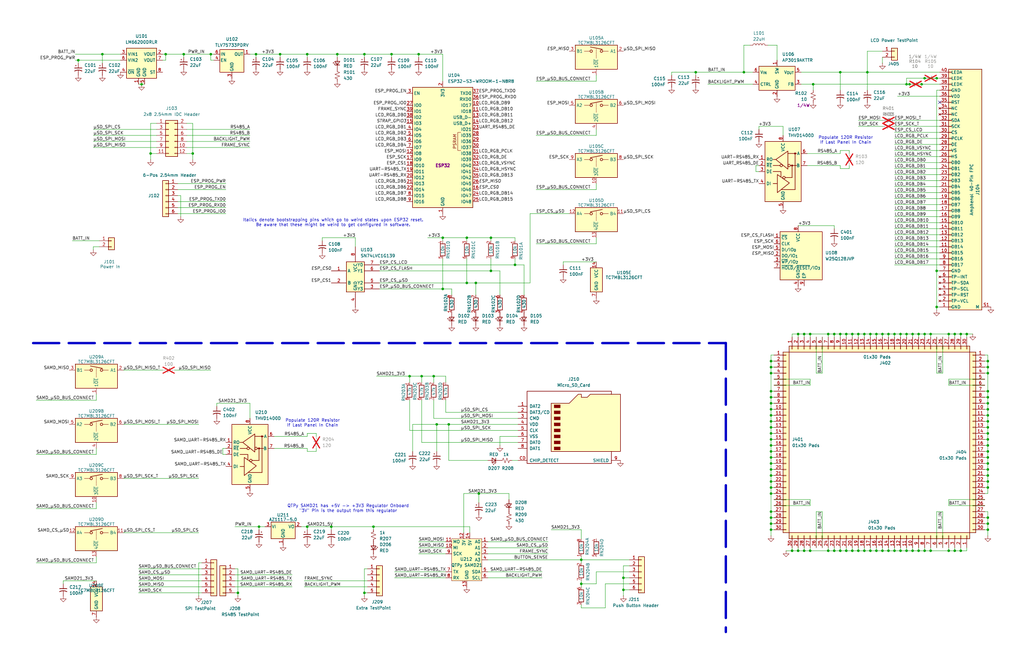
<source format=kicad_sch>
(kicad_sch (version 20250114) (generator "eeschema") (generator_version "9.0")
  (paper "B")
  (title_block (date "2026-02-13"))
  (text "Populate 120R Resistor\nIf Last Panel In Chain" (at 356.616 59.182 0) (effects (font (size 1.27 1.27))))
  (text "QTPy SAMD21 has +5V -> +3V3 Regulator Onboard\n\"3V\" Pin is the output from this regulator" (at 146.812 214.63 0) (effects (font (size 1.27 1.27))))
  (text "Italics denote bootstrapping pins which go to weird states upon ESP32 reset.\nBe aware that these might be weird to get configured in software." (at 140.462 93.98 0) (effects (font (size 1.27 1.27))))
  (text "Populate 120R Resistor\nIf Last Panel In Chain" (at 131.826 178.562 0) (effects (font (size 1.27 1.27))))
  (junction (at 325.12 198.12))
  (junction (at 416.56 220.98))
  (junction (at 416.56 167.64))
  (junction (at 339.09 140.97))
  (junction (at 405.13 232.41))
  (junction (at 325.12 205.74))
  (junction (at 416.56 170.18))
  (junction (at 416.56 205.74))
  (junction (at 364.49 140.97))
  (junction (at 372.11 140.97))
  (junction (at 245.11 246.38))
  (junction (at 369.57 232.41))
  (junction (at 107.95 22.86))
  (junction (at 394.97 33.02))
  (junction (at 186.69 121.92))
  (junction (at 118.11 22.86))
  (junction (at 325.12 152.4))
  (junction (at 325.12 182.88))
  (junction (at 109.22 222.25))
  (junction (at 207.01 114.3))
  (junction (at 325.12 218.44))
  (junction (at 196.85 119.38))
  (junction (at 382.27 35.56))
  (junction (at 262.89 243.84))
  (junction (at 416.56 180.34))
  (junction (at 336.55 232.41))
  (junction (at 325.12 185.42))
  (junction (at 407.67 140.97))
  (junction (at 416.56 193.04))
  (junction (at 394.97 129.54))
  (junction (at 416.56 223.52))
  (junction (at 389.89 140.97))
  (junction (at 382.27 232.41))
  (junction (at 416.56 200.66))
  (junction (at 182.88 158.75))
  (junction (at 157.48 222.25))
  (junction (at 325.12 190.5))
  (junction (at 402.59 140.97))
  (junction (at 165.1 22.86))
  (junction (at 129.54 22.86))
  (junction (at 387.35 140.97))
  (junction (at 325.12 170.18))
  (junction (at 59.69 35.56))
  (junction (at 262.89 248.92))
  (junction (at 416.56 182.88))
  (junction (at 416.56 172.72))
  (junction (at 400.05 140.97))
  (junction (at 367.03 232.41))
  (junction (at 325.12 215.9))
  (junction (at 341.63 140.97))
  (junction (at 402.59 232.41))
  (junction (at 325.12 157.48))
  (junction (at 153.67 250.19))
  (junction (at 349.25 232.41))
  (junction (at 325.12 203.2))
  (junction (at 374.65 232.41))
  (junction (at 369.57 140.97))
  (junction (at 336.55 140.97))
  (junction (at 359.41 232.41))
  (junction (at 325.12 193.04))
  (junction (at 367.03 140.97))
  (junction (at 389.89 33.02))
  (junction (at 416.56 165.1))
  (junction (at 416.56 152.4))
  (junction (at 186.69 100.33))
  (junction (at 325.12 167.64))
  (junction (at 325.12 177.8))
  (junction (at 334.01 232.41))
  (junction (at 359.41 140.97))
  (junction (at 325.12 195.58))
  (junction (at 405.13 140.97))
  (junction (at 176.53 22.86))
  (junction (at 392.43 140.97))
  (junction (at 142.24 22.86))
  (junction (at 349.25 140.97))
  (junction (at 88.9 22.86))
  (junction (at 400.05 232.41))
  (junction (at 325.12 223.52))
  (junction (at 356.87 232.41))
  (junction (at 81.28 64.77))
  (junction (at 416.56 198.12))
  (junction (at 325.12 220.98))
  (junction (at 392.43 232.41))
  (junction (at 313.69 30.48))
  (junction (at 207.01 100.33))
  (junction (at 200.66 119.38))
  (junction (at 365.76 30.48))
  (junction (at 416.56 157.48))
  (junction (at 177.8 158.75))
  (junction (at 63.5 64.77))
  (junction (at 354.33 30.48))
  (junction (at 416.56 187.96))
  (junction (at 354.33 232.41))
  (junction (at 339.09 232.41))
  (junction (at 189.23 179.07))
  (junction (at 389.89 232.41))
  (junction (at 383.54 35.56))
  (junction (at 153.67 22.86))
  (junction (at 387.35 232.41))
  (junction (at 325.12 172.72))
  (junction (at 416.56 195.58))
  (junction (at 43.18 22.86))
  (junction (at 196.85 100.33))
  (junction (at 100.33 250.19))
  (junction (at 139.7 222.25))
  (junction (at 388.62 35.56))
  (junction (at 325.12 175.26))
  (junction (at 325.12 165.1))
  (junction (at 184.15 179.07))
  (junction (at 325.12 200.66))
  (junction (at 351.79 140.97))
  (junction (at 382.27 140.97))
  (junction (at 361.95 232.41))
  (junction (at 372.11 232.41))
  (junction (at 384.81 140.97))
  (junction (at 325.12 154.94))
  (junction (at 217.17 111.76))
  (junction (at 342.9 35.56))
  (junction (at 364.49 232.41))
  (junction (at 377.19 140.97))
  (junction (at 356.87 140.97))
  (junction (at 325.12 187.96))
  (junction (at 379.73 232.41))
  (junction (at 361.95 140.97))
  (junction (at 201.93 208.28))
  (junction (at 416.56 154.94))
  (junction (at 172.72 158.75))
  (junction (at 374.65 140.97))
  (junction (at 354.33 140.97))
  (junction (at 341.63 232.41))
  (junction (at 245.11 236.22))
  (junction (at 416.56 218.44))
  (junction (at 379.73 140.97))
  (junction (at 416.56 203.2))
  (junction (at 377.19 232.41))
  (junction (at 416.56 190.5))
  (junction (at 416.56 185.42))
  (junction (at 384.81 232.41))
  (junction (at 325.12 180.34))
  (junction (at 416.56 175.26))
  (junction (at 325.12 208.28))
  (junction (at 69.85 22.86))
  (junction (at 129.54 222.25))
  (junction (at 293.37 30.48))
  (junction (at 77.47 22.86))
  (junction (at 351.79 232.41))
  (junction (at 33.02 25.4))
  (junction (at 394.97 114.3))
  (junction (at 416.56 177.8))
  (no_connect (at 396.24 43.18))
  (wire (pts (xy 226.06 34.29) (xy 251.46 34.29)))
  (wire (pts (xy 416.56 195.58) (xy 416.56 193.04)))
  (wire (pts (xy 129.54 223.52) (xy 129.54 222.25)))
  (wire (pts (xy 139.7 223.52) (xy 139.7 222.25)))
  (wire (pts (xy 400.05 232.41) (xy 400.05 231.14)))
  (wire (pts (xy 153.67 240.03) (xy 154.94 240.03)))
  (wire (pts (xy 81.28 64.77) (xy 81.28 52.07)))
  (wire (pts (xy 196.85 100.33) (xy 196.85 101.6)))
  (wire (pts (xy 397.51 142.24) (xy 397.51 157.48)))
  (wire (pts (xy 336.55 140.97) (xy 336.55 142.24)))
  (wire (pts (xy 251.46 57.15) (xy 251.46 54.61)))
  (wire (pts (xy 205.74 194.31) (xy 189.23 194.31)))
  (wire (pts (xy 68.58 25.4) (xy 69.85 25.4)))
  (wire (pts (xy 415.29 160.02) (xy 400.05 160.02)))
  (wire (pts (xy 325.12 180.34) (xy 325.12 177.8)))
  (wire (pts (xy 326.39 213.36) (xy 341.63 213.36)))
  (wire (pts (xy 354.33 232.41) (xy 354.33 231.14)))
  (wire (pts (xy 416.56 198.12) (xy 415.29 198.12)))
  (wire (pts (xy 379.73 232.41) (xy 382.27 232.41)))
  (wire (pts (xy 31.75 25.4) (xy 33.02 25.4)))
  (wire (pts (xy 186.69 100.33) (xy 196.85 100.33)))
  (wire (pts (xy 245.11 236.22) (xy 245.11 237.49)))
  (wire (pts (xy 78.74 57.15) (xy 105.41 57.15)))
  (wire (pts (xy 325.12 220.98) (xy 325.12 223.52)))
  (wire (pts (xy 377.19 78.74) (xy 396.24 78.74)))
  (wire (pts (xy 173.99 179.07) (xy 173.99 190.5)))
  (wire (pts (xy 416.56 190.5) (xy 416.56 187.96)))
  (wire (pts (xy 39.37 62.23) (xy 66.04 62.23)))
  (wire (pts (xy 95.25 77.47) (xy 74.93 77.47)))
  (wire (pts (xy 334.01 231.14) (xy 334.01 232.41)))
  (wire (pts (xy 133.35 189.23) (xy 133.35 190.5)))
  (wire (pts (xy 341.63 213.36) (xy 341.63 210.82)))
  (wire (pts (xy 207.01 109.22) (xy 207.01 114.3)))
  (wire (pts (xy 334.01 232.41) (xy 336.55 232.41)))
  (wire (pts (xy 378.46 40.64) (xy 396.24 40.64)))
  (wire (pts (xy 251.46 34.29) (xy 251.46 31.75)))
  (wire (pts (xy 361.95 232.41) (xy 361.95 231.14)))
  (wire (pts (xy 416.56 220.98) (xy 416.56 218.44)))
  (wire (pts (xy 255.27 256.54) (xy 245.11 256.54)))
  (wire (pts (xy 341.63 140.97) (xy 339.09 140.97)))
  (wire (pts (xy 325.12 200.66) (xy 326.39 200.66)))
  (wire (pts (xy 158.75 158.75) (xy 172.72 158.75)))
  (wire (pts (xy 207.01 100.33) (xy 207.01 101.6)))
  (wire (pts (xy 325.12 185.42) (xy 326.39 185.42)))
  (wire (pts (xy 358.14 71.12) (xy 354.33 71.12)))
  (wire (pts (xy 340.36 69.85) (xy 354.33 69.85)))
  (wire (pts (xy 325.12 195.58) (xy 326.39 195.58)))
  (wire (pts (xy 359.41 232.41) (xy 361.95 232.41)))
  (wire (pts (xy 88.9 156.21) (xy 73.66 156.21)))
  (wire (pts (xy 85.09 237.49) (xy 83.82 237.49)))
  (wire (pts (xy 60.96 35.56) (xy 59.69 35.56)))
  (wire (pts (xy 361.95 53.34) (xy 372.11 53.34)))
  (wire (pts (xy 95.25 80.01) (xy 74.93 80.01)))
  (wire (pts (xy 325.12 218.44) (xy 325.12 215.9)))
  (wire (pts (xy 416.56 187.96) (xy 415.29 187.96)))
  (wire (pts (xy 356.87 232.41) (xy 356.87 231.14)))
  (wire (pts (xy 66.04 52.07) (xy 63.5 52.07)))
  (wire (pts (xy 377.19 232.41) (xy 377.19 231.14)))
  (wire (pts (xy 63.5 52.07) (xy 63.5 64.77)))
  (wire (pts (xy 99.06 247.65) (xy 123.19 247.65)))
  (wire (pts (xy 115.57 184.15) (xy 129.54 184.15)))
  (wire (pts (xy 402.59 140.97) (xy 402.59 142.24)))
  (wire (pts (xy 95.25 191.77) (xy 93.98 191.77)))
  (wire (pts (xy 325.12 175.26) (xy 326.39 175.26)))
  (wire (pts (xy 364.49 232.41) (xy 367.03 232.41)))
  (wire (pts (xy 26.67 245.11) (xy 40.64 245.11)))
  (wire (pts (xy 416.56 167.64) (xy 415.29 167.64)))
  (wire (pts (xy 182.88 158.75) (xy 182.88 161.29)))
  (wire (pts (xy 325.12 172.72) (xy 325.12 170.18)))
  (wire (pts (xy 384.81 232.41) (xy 387.35 232.41)))
  (wire (pts (xy 400.05 162.56) (xy 400.05 160.02)))
  (wire (pts (xy 262.89 243.84) (xy 265.43 243.84)))
  (wire (pts (xy 358.14 63.5) (xy 354.33 63.5)))
  (wire (pts (xy 325.12 198.12) (xy 326.39 198.12)))
  (wire (pts (xy 416.56 152.4) (xy 415.29 152.4)))
  (wire (pts (xy 93.98 189.23) (xy 95.25 189.23)))
  (wire (pts (xy 15.24 168.91) (xy 40.64 168.91)))
  (wire (pts (xy 377.19 91.44) (xy 396.24 91.44)))
  (wire (pts (xy 95.25 90.17) (xy 74.93 90.17)))
  (wire (pts (xy 416.56 157.48) (xy 415.29 157.48)))
  (wire (pts (xy 361.95 140.97) (xy 359.41 140.97)))
  (wire (pts (xy 369.57 232.41) (xy 372.11 232.41)))
  (wire (pts (xy 325.12 205.74) (xy 326.39 205.74)))
  (wire (pts (xy 313.69 30.48) (xy 317.5 30.48)))
  (wire (pts (xy 118.11 24.13) (xy 118.11 22.86)))
  (wire (pts (xy 407.67 140.97) (xy 407.67 142.24)))
  (wire (pts (xy 416.56 208.28) (xy 415.29 208.28)))
  (wire (pts (xy 416.56 182.88) (xy 416.56 180.34)))
  (wire (pts (xy 52.07 179.07) (xy 83.82 179.07)))
  (wire (pts (xy 262.89 248.92) (xy 265.43 248.92)))
  (wire (pts (xy 405.13 140.97) (xy 405.13 142.24)))
  (wire (pts (xy 107.95 22.86) (xy 105.41 22.86)))
  (wire (pts (xy 245.11 236.22) (xy 265.43 236.22)))
  (wire (pts (xy 342.9 35.56) (xy 342.9 38.1)))
  (wire (pts (xy 293.37 30.48) (xy 293.37 31.75)))
  (wire (pts (xy 215.9 194.31) (xy 218.44 194.31)))
  (wire (pts (xy 128.27 245.11) (xy 154.94 245.11)))
  (wire (pts (xy 78.74 54.61) (xy 105.41 54.61)))
  (wire (pts (xy 325.12 208.28) (xy 325.12 215.9)))
  (wire (pts (xy 359.41 232.41) (xy 359.41 231.14)))
  (wire (pts (xy 394.97 231.14) (xy 394.97 215.9)))
  (wire (pts (xy 372.11 24.13) (xy 372.11 26.67)))
  (wire (pts (xy 394.97 33.02) (xy 396.24 33.02)))
  (wire (pts (xy 367.03 140.97) (xy 367.03 142.24)))
  (wire (pts (xy 182.88 158.75) (xy 187.96 158.75)))
  (wire (pts (xy 99.06 245.11) (xy 123.19 245.11)))
  (wire (pts (xy 349.25 232.41) (xy 351.79 232.41)))
  (wire (pts (xy 416.56 203.2) (xy 416.56 200.66)))
  (wire (pts (xy 195.58 224.79) (xy 195.58 208.28)))
  (wire (pts (xy 361.95 50.8) (xy 372.11 50.8)))
  (wire (pts (xy 139.7 222.25) (xy 157.48 222.25)))
  (wire (pts (xy 341.63 232.41) (xy 341.63 231.14)))
  (wire (pts (xy 160.02 119.38) (xy 196.85 119.38)))
  (wire (pts (xy 325.12 157.48) (xy 325.12 154.94)))
  (wire (pts (xy 365.76 30.48) (xy 396.24 30.48)))
  (wire (pts (xy 416.56 205.74) (xy 416.56 203.2)))
  (wire (pts (xy 195.58 208.28) (xy 201.93 208.28)))
  (wire (pts (xy 374.65 140.97) (xy 374.65 142.24)))
  (wire (pts (xy 394.97 129.54) (xy 394.97 114.3)))
  (wire (pts (xy 325.12 170.18) (xy 325.12 167.64)))
  (wire (pts (xy 325.12 190.5) (xy 326.39 190.5)))
  (wire (pts (xy 339.09 140.97) (xy 339.09 142.24)))
  (wire (pts (xy 392.43 140.97) (xy 400.05 140.97)))
  (wire (pts (xy 129.54 222.25) (xy 139.7 222.25)))
  (wire (pts (xy 394.97 142.24) (xy 394.97 157.48)))
  (wire (pts (xy 40.64 214.63) (xy 40.64 212.09)))
  (wire (pts (xy 105.41 170.18) (xy 105.41 176.53)))
  (wire (pts (xy 416.56 195.58) (xy 415.29 195.58)))
  (wire (pts (xy 379.73 232.41) (xy 379.73 231.14)))
  (wire (pts (xy 346.71 215.9) (xy 344.17 215.9)))
  (wire (pts (xy 59.69 35.56) (xy 58.42 35.56)))
  (wire (pts (xy 189.23 179.07) (xy 218.44 179.07)))
  (wire (pts (xy 340.36 64.77) (xy 354.33 64.77)))
  (wire (pts (xy 149.86 100.33) (xy 149.86 104.14)))
  (wire (pts (xy 205.74 236.22) (xy 245.11 236.22)))
  (wire (pts (xy 129.54 22.86) (xy 142.24 22.86)))
  (wire (pts (xy 58.42 242.57) (xy 85.09 242.57)))
  (wire (pts (xy 415.29 210.82) (xy 400.05 210.82)))
  (wire (pts (xy 251.46 241.3) (xy 251.46 246.38)))
  (wire (pts (xy 95.25 87.63) (xy 74.93 87.63)))
  (wire (pts (xy 237.49 110.49) (xy 251.46 110.49)))
  (wire (pts (xy 39.37 59.69) (xy 66.04 59.69)))
  (wire (pts (xy 384.81 140.97) (xy 384.81 142.24)))
  (wire (pts (xy 394.97 38.1) (xy 396.24 38.1)))
  (wire (pts (xy 325.12 203.2) (xy 325.12 200.66)))
  (wire (pts (xy 325.12 223.52) (xy 325.12 226.06)))
  (wire (pts (xy 377.19 71.12) (xy 396.24 71.12)))
  (wire (pts (xy 186.69 109.22) (xy 186.69 121.92)))
  (wire (pts (xy 165.1 22.86) (xy 176.53 22.86)))
  (wire (pts (xy 187.96 158.75) (xy 187.96 161.29)))
  (wire (pts (xy 187.96 173.99) (xy 218.44 173.99)))
  (wire (pts (xy 372.11 21.59) (xy 365.76 21.59)))
  (wire (pts (xy 177.8 158.75) (xy 177.8 161.29)))
  (wire (pts (xy 334.01 140.97) (xy 334.01 142.24)))
  (wire (pts (xy 153.67 250.19) (xy 153.67 240.03)))
  (wire (pts (xy 100.33 250.19) (xy 100.33 240.03)))
  (wire (pts (xy 354.33 64.77) (xy 354.33 63.5)))
  (wire (pts (xy 339.09 232.41) (xy 339.09 231.14)))
  (wire (pts (xy 298.45 35.56) (xy 317.5 35.56)))
  (wire (pts (xy 88.9 25.4) (xy 88.9 22.86)))
  (wire (pts (xy 369.57 232.41) (xy 369.57 231.14)))
  (wire (pts (xy 325.12 205.74) (xy 325.12 203.2)))
  (wire (pts (xy 228.6 243.84) (xy 205.74 243.84)))
  (wire (pts (xy 325.12 208.28) (xy 325.12 205.74)))
  (wire (pts (xy 58.42 240.03) (xy 85.09 240.03)))
  (wire (pts (xy 377.19 83.82) (xy 396.24 83.82)))
  (wire (pts (xy 166.37 241.3) (xy 187.96 241.3)))
  (wire (pts (xy 90.17 22.86) (xy 88.9 22.86)))
  (wire (pts (xy 325.12 187.96) (xy 326.39 187.96)))
  (wire (pts (xy 377.19 88.9) (xy 396.24 88.9)))
  (wire (pts (xy 78.74 64.77) (xy 81.28 64.77)))
  (wire (pts (xy 346.71 157.48) (xy 344.17 157.48)))
  (wire (pts (xy 187.96 168.91) (xy 187.96 173.99)))
  (wire (pts (xy 354.33 140.97) (xy 351.79 140.97)))
  (wire (pts (xy 416.56 190.5) (xy 415.29 190.5)))
  (wire (pts (xy 416.56 185.42) (xy 416.56 182.88)))
  (wire (pts (xy 210.82 124.46) (xy 210.82 114.3)))
  (wire (pts (xy 342.9 35.56) (xy 382.27 35.56)))
  (wire (pts (xy 377.19 68.58) (xy 396.24 68.58)))
  (wire (pts (xy 344.17 231.14) (xy 344.17 215.9)))
  (wire (pts (xy 382.27 35.56) (xy 383.54 35.56)))
  (wire (pts (xy 153.67 22.86) (xy 153.67 24.13)))
  (wire (pts (xy 325.12 157.48) (xy 325.12 165.1)))
  (wire (pts (xy 344.17 142.24) (xy 344.17 157.48)))
  (wire (pts (xy 217.17 109.22) (xy 217.17 111.76)))
  (wire (pts (xy 389.89 232.41) (xy 392.43 232.41)))
  (wire (pts (xy 416.56 220.98) (xy 415.29 220.98)))
  (wire (pts (xy 177.8 168.91) (xy 177.8 186.69)))
  (wire (pts (xy 262.89 238.76) (xy 265.43 238.76)))
  (wire (pts (xy 326.39 210.82) (xy 341.63 210.82)))
  (wire (pts (xy 377.19 76.2) (xy 396.24 76.2)))
  (wire (pts (xy 99.06 222.25) (xy 109.22 222.25)))
  (wire (pts (xy 400.05 140.97) (xy 400.05 142.24)))
  (wire (pts (xy 58.42 247.65) (xy 85.09 247.65)))
  (wire (pts (xy 105.41 62.23) (xy 78.74 62.23)))
  (wire (pts (xy 214.63 208.28) (xy 214.63 210.82)))
  (wire (pts (xy 160.02 111.76) (xy 217.17 111.76)))
  (wire (pts (xy 351.79 140.97) (xy 351.79 142.24)))
  (wire (pts (xy 377.19 111.76) (xy 396.24 111.76)))
  (wire (pts (xy 416.56 218.44) (xy 416.56 215.9)))
  (wire (pts (xy 43.18 22.86) (xy 50.8 22.86)))
  (wire (pts (xy 367.03 232.41) (xy 367.03 231.14)))
  (wire (pts (xy 198.12 222.25) (xy 198.12 224.79)))
  (wire (pts (xy 416.56 172.72) (xy 415.29 172.72)))
  (wire (pts (xy 416.56 172.72) (xy 416.56 170.18)))
  (wire (pts (xy 382.27 35.56) (xy 382.27 33.02)))
  (wire (pts (xy 160.02 121.92) (xy 186.69 121.92)))
  (wire (pts (xy 394.97 130.81) (xy 394.97 129.54)))
  (wire (pts (xy 325.12 177.8) (xy 325.12 175.26)))
  (wire (pts (xy 377.19 60.96) (xy 396.24 60.96)))
  (wire (pts (xy 129.54 222.25) (xy 127 222.25)))
  (wire (pts (xy 157.48 222.25) (xy 198.12 222.25)))
  (wire (pts (xy 383.54 35.56) (xy 388.62 35.56)))
  (wire (pts (xy 365.76 30.48) (xy 365.76 38.1)))
  (wire (pts (xy 165.1 24.13) (xy 165.1 22.86)))
  (wire (pts (xy 318.77 69.85) (xy 320.04 69.85)))
  (wire (pts (xy 377.19 86.36) (xy 396.24 86.36)))
  (wire (pts (xy 387.35 232.41) (xy 389.89 232.41)))
  (wire (pts (xy 359.41 140.97) (xy 356.87 140.97)))
  (wire (pts (xy 166.37 243.84) (xy 187.96 243.84)))
  (wire (pts (xy 400.05 213.36) (xy 400.05 210.82)))
  (wire (pts (xy 387.35 232.41) (xy 387.35 231.14)))
  (wire (pts (xy 40.64 191.77) (xy 40.64 189.23)))
  (wire (pts (xy 182.88 176.53) (xy 218.44 176.53)))
  (wire (pts (xy 293.37 30.48) (xy 313.69 30.48)))
  (wire (pts (xy 107.95 22.86) (xy 118.11 22.86)))
  (wire (pts (xy 176.53 22.86) (xy 186.69 22.86)))
  (wire (pts (xy 325.12 167.64) (xy 325.12 165.1)))
  (wire (pts (xy 31.75 22.86) (xy 43.18 22.86)))
  (wire (pts (xy 210.82 184.15) (xy 218.44 184.15)))
  (wire (pts (xy 358.14 64.77) (xy 358.14 63.5)))
  (wire (pts (xy 377.19 63.5) (xy 396.24 63.5)))
  (wire (pts (xy 157.48 223.52) (xy 157.48 222.25)))
  (wire (pts (xy 415.29 223.52) (xy 416.56 223.52)))
  (wire (pts (xy 372.11 232.41) (xy 374.65 232.41)))
  (wire (pts (xy 372.11 140.97) (xy 369.57 140.97)))
  (wire (pts (xy 416.56 198.12) (xy 416.56 195.58)))
  (wire (pts (xy 39.37 57.15) (xy 66.04 57.15)))
  (wire (pts (xy 255.27 246.38) (xy 255.27 256.54)))
  (wire (pts (xy 76.2 91.44) (xy 76.2 82.55)))
  (wire (pts (xy 26.67 245.11) (xy 26.67 246.38)))
  (wire (pts (xy 325.12 203.2) (xy 326.39 203.2)))
  (wire (pts (xy 377.19 140.97) (xy 377.19 142.24)))
  (wire (pts (xy 325.12 167.64) (xy 326.39 167.64)))
  (wire (pts (xy 359.41 140.97) (xy 359.41 142.24)))
  (wire (pts (xy 416.56 177.8) (xy 416.56 175.26)))
  (wire (pts (xy 245.11 246.38) (xy 245.11 247.65)))
  (wire (pts (xy 39.37 54.61) (xy 66.04 54.61)))
  (wire (pts (xy 78.74 59.69) (xy 105.41 59.69)))
  (wire (pts (xy 313.69 19.05) (xy 313.69 30.48)))
  (wire (pts (xy 39.37 105.41) (xy 39.37 104.14)))
  (wire (pts (xy 135.89 100.33) (xy 149.86 100.33)))
  (wire (pts (xy 325.12 223.52) (xy 326.39 223.52)))
  (wire (pts (xy 389.89 33.02) (xy 394.97 33.02)))
  (wire (pts (xy 133.35 190.5) (xy 129.54 190.5)))
  (wire (pts (xy 410.21 140.97) (xy 407.67 140.97)))
  (polyline (pts (xy 306.07 144.78) (xy 306.07 266.7)) (stroke (width 1) (type dash)))
  (wire (pts (xy 392.43 140.97) (xy 392.43 142.24)))
  (wire (pts (xy 184.15 179.07) (xy 189.23 179.07)))
  (wire (pts (xy 416.56 149.86) (xy 415.29 149.86)))
  (wire (pts (xy 30.48 101.6) (xy 41.91 101.6)))
  (wire (pts (xy 265.43 241.3) (xy 251.46 241.3)))
  (wire (pts (xy 43.18 22.86) (xy 43.18 26.67)))
  (wire (pts (xy 405.13 140.97) (xy 402.59 140.97)))
  (wire (pts (xy 416.56 193.04) (xy 416.56 190.5)))
  (wire (pts (xy 379.73 140.97) (xy 379.73 142.24)))
  (wire (pts (xy 416.56 220.98) (xy 416.56 223.52)))
  (wire (pts (xy 416.56 157.48) (xy 416.56 154.94)))
  (wire (pts (xy 325.12 195.58) (xy 325.12 193.04)))
  (wire (pts (xy 325.12 198.12) (xy 325.12 195.58)))
  (wire (pts (xy 115.57 189.23) (xy 129.54 189.23)))
  (wire (pts (xy 325.12 193.04) (xy 326.39 193.04)))
  (wire (pts (xy 325.12 175.26) (xy 325.12 172.72)))
  (wire (pts (xy 416.56 187.96) (xy 416.56 185.42)))
  (wire (pts (xy 377.19 81.28) (xy 396.24 81.28)))
  (wire (pts (xy 372.11 232.41) (xy 372.11 231.14)))
  (wire (pts (xy 341.63 140.97) (xy 349.25 140.97)))
  (wire (pts (xy 351.79 140.97) (xy 349.25 140.97)))
  (wire (pts (xy 369.57 140.97) (xy 369.57 142.24)))
  (wire (pts (xy 172.72 158.75) (xy 177.8 158.75)))
  (wire (pts (xy 389.89 232.41) (xy 389.89 231.14)))
  (wire (pts (xy 351.79 232.41) (xy 351.79 231.14)))
  (wire (pts (xy 77.47 22.86) (xy 88.9 22.86)))
  (wire (pts (xy 397.51 231.14) (xy 397.51 215.9)))
  (wire (pts (xy 220.98 111.76) (xy 220.98 124.46)))
  (wire (pts (xy 367.03 232.41) (xy 369.57 232.41)))
  (wire (pts (xy 392.43 232.41) (xy 392.43 231.14)))
  (wire (pts (xy 405.13 232.41) (xy 405.13 231.14)))
  (wire (pts (xy 201.93 208.28) (xy 201.93 212.09)))
  (wire (pts (xy 320.04 53.34) (xy 330.2 53.34)))
  (wire (pts (xy 394.97 129.54) (xy 396.24 129.54)))
  (wire (pts (xy 200.66 119.38) (xy 223.52 119.38)))
  (wire (pts (xy 392.43 232.41) (xy 400.05 232.41)))
  (wire (pts (xy 100.33 240.03) (xy 99.06 240.03)))
  (wire (pts (xy 245.11 234.95) (xy 245.11 236.22)))
  (wire (pts (xy 365.76 21.59) (xy 365.76 30.48)))
  (wire (pts (xy 416.56 175.26) (xy 415.29 175.26)))
  (wire (pts (xy 416.56 180.34) (xy 416.56 177.8)))
  (wire (pts (xy 135.89 101.6) (xy 135.89 100.33)))
  (wire (pts (xy 382.27 232.41) (xy 382.27 231.14)))
  (wire (pts (xy 58.42 245.11) (xy 85.09 245.11)))
  (wire (pts (xy 251.46 246.38) (xy 245.11 246.38)))
  (wire (pts (xy 416.56 157.48) (xy 416.56 165.1)))
  (wire (pts (xy 176.53 231.14) (xy 187.96 231.14)))
  (wire (pts (xy 377.19 53.34) (xy 396.24 53.34)))
  (wire (pts (xy 377.19 50.8) (xy 396.24 50.8)))
  (wire (pts (xy 364.49 140.97) (xy 364.49 142.24)))
  (wire (pts (xy 196.85 109.22) (xy 196.85 119.38)))
  (wire (pts (xy 416.56 170.18) (xy 416.56 167.64)))
  (wire (pts (xy 337.82 30.48) (xy 354.33 30.48)))
  (wire (pts (xy 325.12 220.98) (xy 326.39 220.98)))
  (wire (pts (xy 210.82 187.96) (xy 210.82 184.15)))
  (wire (pts (xy 358.14 69.85) (xy 358.14 71.12)))
  (wire (pts (xy 283.21 31.75) (xy 283.21 30.48)))
  (wire (pts (xy 346.71 142.24) (xy 346.71 157.48)))
  (wire (pts (xy 416.56 200.66) (xy 416.56 198.12)))
  (wire (pts (xy 382.27 232.41) (xy 384.81 232.41)))
  (wire (pts (xy 223.52 90.17) (xy 223.52 119.38)))
  (wire (pts (xy 354.33 30.48) (xy 354.33 38.1)))
  (wire (pts (xy 176.53 233.68) (xy 187.96 233.68)))
  (wire (pts (xy 325.12 180.34) (xy 326.39 180.34)))
  (wire (pts (xy 190.5 121.92) (xy 190.5 124.46)))
  (wire (pts (xy 320.04 54.61) (xy 320.04 53.34)))
  (wire (pts (xy 69.85 25.4) (xy 69.85 22.86)))
  (wire (pts (xy 416.56 223.52) (xy 416.56 226.06)))
  (wire (pts (xy 176.53 24.13) (xy 176.53 22.86)))
  (wire (pts (xy 81.28 67.31) (xy 81.28 64.77)))
  (wire (pts (xy 387.35 140.97) (xy 387.35 142.24)))
  (wire (pts (xy 316.23 19.05) (xy 313.69 19.05)))
  (wire (pts (xy 262.89 251.46) (xy 262.89 248.92)))
  (wire (pts (xy 182.88 168.91) (xy 182.88 176.53)))
  (wire (pts (xy 397.51 215.9) (xy 394.97 215.9)))
  (wire (pts (xy 210.82 114.3) (xy 207.01 114.3)))
  (wire (pts (xy 382.27 140.97) (xy 379.73 140.97)))
  (wire (pts (xy 160.02 114.3) (xy 207.01 114.3)))
  (wire (pts (xy 223.52 90.17) (xy 240.03 90.17)))
  (wire (pts (xy 384.81 232.41) (xy 384.81 231.14)))
  (wire (pts (xy 407.67 140.97) (xy 405.13 140.97)))
  (wire (pts (xy 416.56 205.74) (xy 415.29 205.74)))
  (wire (pts (xy 325.12 170.18) (xy 326.39 170.18)))
  (wire (pts (xy 349.25 140.97) (xy 349.25 142.24)))
  (wire (pts (xy 172.72 158.75) (xy 172.72 161.29)))
  (wire (pts (xy 402.59 232.41) (xy 402.59 231.14)))
  (wire (pts (xy 379.73 140.97) (xy 377.19 140.97)))
  (wire (pts (xy 325.12 152.4) (xy 326.39 152.4)))
  (wire (pts (xy 129.54 24.13) (xy 129.54 22.86)))
  (wire (pts (xy 377.19 99.06) (xy 396.24 99.06)))
  (wire (pts (xy 265.43 246.38) (xy 255.27 246.38)))
  (wire (pts (xy 118.11 22.86) (xy 129.54 22.86)))
  (wire (pts (xy 220.98 111.76) (xy 217.17 111.76)))
  (wire (pts (xy 262.89 243.84) (xy 262.89 238.76)))
  (wire (pts (xy 226.06 80.01) (xy 251.46 80.01)))
  (wire (pts (xy 172.72 168.91) (xy 172.72 181.61)))
  (wire (pts (xy 374.65 232.41) (xy 377.19 232.41)))
  (wire (pts (xy 189.23 194.31) (xy 189.23 179.07)))
  (wire (pts (xy 364.49 232.41) (xy 364.49 231.14)))
  (wire (pts (xy 416.56 177.8) (xy 415.29 177.8)))
  (wire (pts (xy 351.79 232.41) (xy 354.33 232.41)))
  (wire (pts (xy 207.01 100.33) (xy 217.17 100.33)))
  (wire (pts (xy 173.99 179.07) (xy 184.15 179.07)))
  (wire (pts (xy 377.19 106.68) (xy 396.24 106.68)))
  (wire (pts (xy 415.29 213.36) (xy 400.05 213.36)))
  (wire (pts (xy 354.33 30.48) (xy 365.76 30.48)))
  (wire (pts (xy 186.69 100.33) (xy 186.69 101.6)))
  (wire (pts (xy 402.59 140.97) (xy 400.05 140.97)))
  (wire (pts (xy 325.12 185.42) (xy 325.12 182.88)))
  (wire (pts (xy 374.65 140.97) (xy 372.11 140.97)))
  (wire (pts (xy 81.28 52.07) (xy 78.74 52.07)))
  (wire (pts (xy 377.19 104.14) (xy 396.24 104.14)))
  (wire (pts (xy 336.55 140.97) (xy 334.01 140.97)))
  (wire (pts (xy 129.54 184.15) (xy 129.54 182.88)))
  (wire (pts (xy 377.19 93.98) (xy 396.24 93.98)))
  (wire (pts (xy 251.46 102.87) (xy 251.46 100.33)))
  (wire (pts (xy 325.12 218.44) (xy 326.39 218.44)))
  (wire (pts (xy 416.56 193.04) (xy 415.29 193.04)))
  (wire (pts (xy 142.24 24.13) (xy 142.24 22.86)))
  (wire (pts (xy 129.54 189.23) (xy 129.54 190.5)))
  (polyline (pts (xy 13.97 144.78) (xy 306.07 144.78)) (stroke (width 1) (type dash)))
  (wire (pts (xy 133.35 184.15) (xy 133.35 182.88)))
  (wire (pts (xy 387.35 140.97) (xy 384.81 140.97)))
  (wire (pts (xy 100.33 251.46) (xy 100.33 250.19)))
  (wire (pts (xy 109.22 223.52) (xy 109.22 222.25)))
  (wire (pts (xy 394.97 114.3) (xy 394.97 38.1)))
  (wire (pts (xy 369.57 140.97) (xy 367.03 140.97)))
  (wire (pts (xy 69.85 22.86) (xy 77.47 22.86)))
  (wire (pts (xy 245.11 245.11) (xy 245.11 246.38)))
  (wire (pts (xy 377.19 73.66) (xy 396.24 73.66)))
  (wire (pts (xy 407.67 232.41) (xy 407.67 231.14)))
  (wire (pts (xy 91.44 170.18) (xy 105.41 170.18)))
  (wire (pts (xy 400.05 232.41) (xy 402.59 232.41)))
  (wire (pts (xy 336.55 95.25) (xy 351.79 95.25)))
  (wire (pts (xy 416.56 170.18) (xy 415.29 170.18)))
  (wire (pts (xy 232.41 223.52) (xy 245.11 223.52)))
  (wire (pts (xy 133.35 182.88) (xy 129.54 182.88)))
  (wire (pts (xy 361.95 140.97) (xy 361.95 142.24)))
  (wire (pts (xy 361.95 232.41) (xy 364.49 232.41)))
  (wire (pts (xy 52.07 224.79) (xy 83.82 224.79)))
  (wire (pts (xy 416.56 180.34) (xy 415.29 180.34)))
  (wire (pts (xy 177.8 186.69) (xy 218.44 186.69)))
  (wire (pts (xy 325.12 190.5) (xy 325.12 187.96)))
  (wire (pts (xy 416.56 175.26) (xy 416.56 172.72)))
  (wire (pts (xy 226.06 57.15) (xy 251.46 57.15)))
  (wire (pts (xy 77.47 22.86) (xy 77.47 24.13)))
  (wire (pts (xy 356.87 232.41) (xy 359.41 232.41)))
  (wire (pts (xy 231.14 231.14) (xy 205.74 231.14)))
  (wire (pts (xy 336.55 232.41) (xy 339.09 232.41)))
  (wire (pts (xy 196.85 119.38) (xy 200.66 119.38)))
  (wire (pts (xy 40.64 168.91) (xy 40.64 166.37)))
  (wire (pts (xy 346.71 231.14) (xy 346.71 215.9)))
  (wire (pts (xy 405.13 232.41) (xy 407.67 232.41)))
  (wire (pts (xy 142.24 22.86) (xy 153.67 22.86)))
  (wire (pts (xy 356.87 140.97) (xy 354.33 140.97)))
  (wire (pts (xy 356.87 140.97) (xy 356.87 142.24)))
  (wire (pts (xy 325.12 149.86) (xy 326.39 149.86)))
  (wire (pts (xy 325.12 215.9) (xy 326.39 215.9)))
  (wire (pts (xy 341.63 140.97) (xy 341.63 142.24)))
  (wire (pts (xy 382.27 33.02) (xy 389.89 33.02)))
  (wire (pts (xy 184.15 179.07) (xy 184.15 190.5)))
  (wire (pts (xy 326.39 162.56) (xy 341.63 162.56)))
  (wire (pts (xy 176.53 228.6) (xy 187.96 228.6)))
  (wire (pts (xy 416.56 154.94) (xy 416.56 152.4)))
  (wire (pts (xy 415.29 162.56) (xy 400.05 162.56)))
  (wire (pts (xy 382.27 140.97) (xy 382.27 142.24)))
  (wire (pts (xy 367.03 140.97) (xy 364.49 140.97)))
  (wire (pts (xy 109.22 222.25) (xy 111.76 222.25)))
  (wire (pts (xy 336.55 232.41) (xy 336.55 231.14)))
  (wire (pts (xy 177.8 158.75) (xy 182.88 158.75)))
  (wire (pts (xy 327.66 19.05) (xy 323.85 19.05)))
  (wire (pts (xy 354.33 232.41) (xy 356.87 232.41)))
  (wire (pts (xy 330.2 53.34) (xy 330.2 57.15)))
  (wire (pts (xy 63.5 64.77) (xy 66.04 64.77)))
  (wire (pts (xy 52.07 201.93) (xy 83.82 201.93)))
  (wire (pts (xy 416.56 205.74) (xy 416.56 208.28)))
  (wire (pts (xy 326.39 160.02) (xy 341.63 160.02)))
  (wire (pts (xy 172.72 181.61) (xy 218.44 181.61)))
  (wire (pts (xy 354.33 140.97) (xy 354.33 142.24)))
  (wire (pts (xy 200.66 124.46) (xy 200.66 119.38)))
  (wire (pts (xy 325.12 220.98) (xy 325.12 218.44)))
  (wire (pts (xy 186.69 22.86) (xy 186.69 34.29)))
  (wire (pts (xy 416.56 167.64) (xy 416.56 165.1)))
  (wire (pts (xy 63.5 67.31) (xy 63.5 64.77)))
  (wire (pts (xy 228.6 241.3) (xy 205.74 241.3)))
  (wire (pts (xy 58.42 250.19) (xy 85.09 250.19)))
  (wire (pts (xy 339.09 140.97) (xy 336.55 140.97)))
  (wire (pts (xy 325.12 208.28) (xy 326.39 208.28)))
  (wire (pts (xy 327.66 25.4) (xy 327.66 19.05)))
  (wire (pts (xy 107.95 22.86) (xy 107.95 24.13)))
  (wire (pts (xy 217.17 100.33) (xy 217.17 101.6)))
  (wire (pts (xy 377.19 101.6) (xy 396.24 101.6)))
  (wire (pts (xy 374.65 232.41) (xy 374.65 231.14)))
  (wire (pts (xy 325.12 182.88) (xy 326.39 182.88)))
  (wire (pts (xy 91.44 170.18) (xy 91.44 171.45)))
  (wire (pts (xy 377.19 66.04) (xy 396.24 66.04)))
  (wire (pts (xy 377.19 96.52) (xy 396.24 96.52)))
  (wire (pts (xy 377.19 232.41) (xy 379.73 232.41)))
  (wire (pts (xy 201.93 208.28) (xy 214.63 208.28)))
  (wire (pts (xy 69.85 22.86) (xy 68.58 22.86)))
  (wire (pts (xy 339.09 232.41) (xy 341.63 232.41)))
  (wire (pts (xy 394.97 114.3) (xy 396.24 114.3)))
  (wire (pts (xy 341.63 162.56) (xy 341.63 160.02)))
  (wire (pts (xy 15.24 191.77) (xy 40.64 191.77)))
  (wire (pts (xy 325.12 152.4) (xy 325.12 149.86)))
  (wire (pts (xy 402.59 232.41) (xy 405.13 232.41)))
  (wire (pts (xy 416.56 182.88) (xy 415.29 182.88)))
  (wire (pts (xy 153.67 22.86) (xy 165.1 22.86)))
  (wire (pts (xy 397.51 157.48) (xy 394.97 157.48)))
  (wire (pts (xy 76.2 82.55) (xy 74.93 82.55)))
  (wire (pts (xy 15.24 237.49) (xy 40.64 237.49)))
  (wire (pts (xy 416.56 165.1) (xy 415.29 165.1)))
  (wire (pts (xy 320.04 72.39) (xy 318.77 72.39)))
  (wire (pts (xy 337.82 35.56) (xy 342.9 35.56)))
  (wire (pts (xy 231.14 233.68) (xy 205.74 233.68)))
  (wire (pts (xy 186.69 121.92) (xy 190.5 121.92)))
  (wire (pts (xy 52.07 156.21) (xy 68.58 156.21)))
  (wire (pts (xy 372.11 140.97) (xy 372.11 142.24)))
  (wire (pts (xy 39.37 104.14) (xy 41.91 104.14)))
  (wire (pts (xy 83.82 237.49) (xy 83.82 251.46)))
  (wire (pts (xy 384.81 140.97) (xy 382.27 140.97)))
  (wire (pts (xy 389.89 140.97) (xy 389.89 142.24)))
  (wire (pts (xy 392.43 140.97) (xy 389.89 140.97)))
  (wire (pts (xy 262.89 248.92) (xy 262.89 243.84)))
  (wire (pts (xy 416.56 152.4) (xy 416.56 149.86)))
  (wire (pts (xy 245.11 255.27) (xy 245.11 256.54)))
  (wire (pts (xy 341.63 232.41) (xy 349.25 232.41)))
  (wire (pts (xy 351.79 95.25) (xy 351.79 96.52)))
  (wire (pts (xy 388.62 35.56) (xy 396.24 35.56)))
  (wire (pts (xy 325.12 154.94) (xy 326.39 154.94)))
  (wire (pts (xy 33.02 25.4) (xy 33.02 26.67)))
  (wire (pts (xy 231.14 228.6) (xy 205.74 228.6)))
  (wire (pts (xy 245.11 223.52) (xy 245.11 227.33)))
  (wire (pts (xy 354.33 69.85) (xy 354.33 71.12)))
  (wire (pts (xy 325.12 193.04) (xy 325.12 190.5)))
  (wire (pts (xy 325.12 187.96) (xy 325.12 185.42)))
  (wire (pts (xy 325.12 177.8) (xy 326.39 177.8)))
  (wire (pts (xy 325.12 200.66) (xy 325.12 198.12)))
  (wire (pts (xy 99.06 242.57) (xy 123.19 242.57)))
  (wire (pts (xy 90.17 25.4) (xy 88.9 25.4)))
  (wire (pts (xy 325.12 182.88) (xy 325.12 180.34)))
  (wire (pts (xy 331.47 232.41) (xy 334.01 232.41)))
  (wire (pts (xy 293.37 30.48) (xy 283.21 30.48)))
  (wire (pts (xy 128.27 247.65) (xy 154.94 247.65)))
  (wire (pts (xy 389.89 140.97) (xy 387.35 140.97)))
  (wire (pts (xy 325.12 157.48) (xy 326.39 157.48)))
  (wire (pts (xy 237.49 110.49) (xy 237.49 111.76)))
  (wire (pts (xy 325.12 172.72) (xy 326.39 172.72)))
  (wire (pts (xy 325.12 165.1) (xy 326.39 165.1)))
  (wire (pts (xy 40.64 237.49) (xy 40.64 234.95)))
  (wire (pts (xy 226.06 102.87) (xy 251.46 102.87)))
  (wire (pts (xy 377.19 140.97) (xy 374.65 140.97)))
  (wire (pts (xy 196.85 100.33) (xy 207.01 100.33)))
  (wire (pts (xy 95.25 85.09) (xy 74.93 85.09)))
  (wire (pts (xy 416.56 185.42) (xy 415.29 185.42)))
  (wire (pts (xy 377.19 109.22) (xy 396.24 109.22)))
  (wire (pts (xy 416.56 215.9) (xy 415.29 215.9)))
  (wire (pts (xy 416.56 154.94) (xy 415.29 154.94)))
  (wire (pts (xy 364.49 140.97) (xy 361.95 140.97)))
  (wire (pts (xy 377.19 55.88) (xy 396.24 55.88)))
  (wire (pts (xy 93.98 191.77) (xy 93.98 189.23)))
  (wire (pts (xy 100.33 250.19) (xy 99.06 250.19)))
  (wire (pts (xy 318.77 72.39) (xy 318.77 69.85)))
  (wire (pts (xy 377.19 58.42) (xy 396.24 58.42)))
  (wire (pts (xy 416.56 200.66) (xy 415.29 200.66)))
  (wire (pts (xy 416.56 218.44) (xy 415.29 218.44)))
  (wire (pts (xy 153.67 250.19) (xy 154.94 250.19)))
  (wire (pts (xy 416.56 203.2) (xy 415.29 203.2)))
  (wire (pts (xy 15.24 214.63) (xy 40.64 214.63)))
  (wire (pts (xy 325.12 154.94) (xy 325.12 152.4)))
  (wire (pts (xy 180.34 100.33) (xy 186.69 100.33)))
  (wire (pts (xy 153.67 251.46) (xy 153.67 250.19)))
  (wire (pts (xy 251.46 80.01) (xy 251.46 77.47)))
  (wire (pts (xy 33.02 25.4) (xy 50.8 25.4)))
  (wire (pts (xy 349.25 232.41) (xy 349.25 231.14)))
  (label "+3V3" (at 186.69 22.86 180))
  (label "LCD_RGB_DB4" (at 377.19 78.74 0))
  (label "UART-RS485_TX" (at 171.45 72.39 180))
  (label "BATT_IN" (at 400.05 213.36 0))
  (label "µSD_SPI_MISO" (at 194.31 186.69 0))
  (label "µSD_SPI_SCK" (at 83.82 201.93 180))
  (label "FRAME_SYNC" (at 128.27 245.11 0))
  (label "SAMD_UART-RS485_RX" (at 166.37 243.84 0))
  (label "BUTTON_SENSE" (at 231.14 236.22 180))
  (label "µSD_SPI_SCK" (at 262.89 67.31 0))
  (label "LCD_RGB_HSYNC" (at 201.93 72.39 0))
  (label "LCD_RGB_DB1" (at 171.45 54.61 180))
  (label "µSD_SPI_MOSI" (at 262.89 44.45 0))
  (label "RS485_B" (at 105.41 57.15 180))
  (label "SAMD_CS_µSD" (at 231.14 231.14 180))
  (label "ESP_SCK_T" (at 377.19 53.34 0))
  (label "ESP_CS_LCD" (at 377.19 55.88 0))
  (label "LCD_RGB_PCLK" (at 377.19 58.42 0))
  (label "LCD_RGB_DB1" (at 377.19 71.12 0))
  (label "+3V3" (at 180.34 100.33 0))
  (label "SAMD21_3V3" (at 104.14 170.18 180))
  (label "LCD_RGB_DB9" (at 201.93 44.45 0))
  (label "+3V3" (at 245.11 110.49 0))
  (label "UART-RS485_TX" (at 320.04 77.47 180))
  (label "ESP_PROG_PWR" (at 31.75 25.4 180))
  (label "LCD_RGB_DB11" (at 201.93 49.53 0))
  (label "BATT_IN" (at 346.71 157.48 90))
  (label "µSD_SPI_CS" (at 39.37 54.61 0))
  (label "SAMD_µSD_BUS_CONNECT" (at 15.24 214.63 0))
  (label "ESP_CS0" (at 201.93 80.01 0) (effects (font (italic yes))))
  (label "BATT_IN" (at 397.51 157.48 90))
  (label "BACKLIGHT_PWM" (at 105.41 59.69 180))
  (label "RS485_A" (at 128.27 184.15 180))
  (label "LCD_RGB_DB10" (at 377.19 93.98 0))
  (label "BACKLIGHT_PWM" (at 228.6 243.84 180))
  (label "BACKLIGHT_PWM" (at 298.45 35.56 0))
  (label "SAMD_SCK" (at 29.21 201.93 180))
  (label "SAMD_µSD_BUS_CONNECT" (at 15.24 191.77 0))
  (label "RS485_B" (at 353.06 69.85 180))
  (label "+3V3" (at 325.12 53.34 180))
  (label "ESP_MOSI" (at 361.95 50.8 0))
  (label "LCD_RGB_DB12" (at 377.19 99.06 0))
  (label "SAMD_MOSI" (at 176.53 228.6 0))
  (label "+3V3" (at 115.57 22.86 180))
  (label "LCD_RGB_DB4" (at 171.45 62.23 180))
  (label "LCD_RGB_DB7" (at 171.45 82.55 180))
  (label "µSD_SPI_MOSI_T" (at 52.07 179.07 0))
  (label "LCD_RGB_DB2" (at 171.45 57.15 180))
  (label "+3V3" (at 378.46 40.64 0))
  (label "SAMD_UART-RS485_TX" (at 166.37 241.3 0))
  (label "ESP_MISO" (at 240.03 21.59 180) (effects (font (italic yes))))
  (label "UART_RS485_DE" (at 201.93 54.61 0))
  (label "LCD_RGB_VSYNC" (at 201.93 69.85 0))
  (label "ESP_MISO" (at 326.39 107.95 180) (effects (font (italic yes))))
  (label "BATT_IN" (at 341.63 213.36 180))
  (label "µSD_SPI_MISO" (at 88.9 156.21 180))
  (label "FRAME_SYNC" (at 231.14 233.68 180))
  (label "BATT_IN" (at 31.75 22.86 180))
  (label "ESP_MOSI" (at 240.03 44.45 180))
  (label "SAMD21_3V3" (at 158.75 158.75 0))
  (label "LCD_RGB_DB15" (at 377.19 106.68 0))
  (label "ESP_PROG_IO0" (at 171.45 44.45 180))
  (label "ESP_MOSI" (at 326.39 105.41 180))
  (label "SAMD_µSD_BUS_CONNECT" (at 58.42 240.03 0))
  (label "LCD_RGB_DB6" (at 171.45 80.01 180))
  (label "LCD_RGB_DB8" (at 377.19 88.9 0))
  (label "ESP_µSD_BUS_CONNECT" (at 226.06 57.15 0))
  (label "LCD_RGB_DB16" (at 377.19 109.22 0))
  (label "ESP_PROG_RXD0" (at 95.25 87.63 180))
  (label "ESP_PROG_RXD0" (at 201.93 41.91 0))
  (label "µSD_SPI_SCK_T" (at 52.07 201.93 0))
  (label "LCD_RGB_PCLK" (at 201.93 64.77 0))
  (label "µSD_SPI_CS" (at 83.82 224.79 180))
  (label "FRAME_SYNC" (at 171.45 46.99 180))
  (label "LCD_RGB_DB5" (at 377.19 81.28 0))
  (label "ESP_SCK" (at 240.03 67.31 180))
  (label "ESP_CS1" (at 171.45 69.85 180))
  (label "ESP_PROG_TXD0" (at 95.25 85.09 180))
  (label "UART-RS485_RX" (at 320.04 67.31 180))
  (label "LCD_RGB_DB13" (at 377.19 101.6 0))
  (label "SAMD_UART-RS485_DE" (at 93.98 191.77 180))
  (label "LCD_RGB_DB3" (at 377.19 76.2 0))
  (label "ESP_CS_µSD" (at 226.06 90.17 0))
  (label "SAMD_µSD_BUS_CONNECT" (at 231.14 228.6 180))
  (label "ESP_PROG_TXD0" (at 201.93 39.37 0))
  (label "ESP_SCK" (at 361.95 53.34 0))
  (label "LCD_RGB_DB14" (at 201.93 82.55 0))
  (label "LCD_RGB_DE" (at 377.19 60.96 0))
  (label "RS485_A" (at 353.06 64.77 180))
  (label "SAMD_SCK" (at 176.53 233.68 0))
  (label "BATT_IN" (at 346.71 215.9 270))
  (label "ESP_CS_FLASH" (at 326.39 100.33 180))
  (label "FRAME_SYNC" (at 105.41 62.23 180))
  (label "LCD_RGB_DB5" (at 171.45 77.47 180))
  (label "ESP_PROG_PWR" (at 95.25 77.47 180))
  (label "SAMD_MISO" (at 58.42 247.65 0))
  (label "µSD_SPI_MISO_T" (at 52.07 156.21 0))
  (label "µSD_SPI_MISO" (at 262.89 21.59 0))
  (label "STRAP_GPIO3" (at 171.45 52.07 180) (effects (font (italic yes))))
  (label "µSD_SPI_MISO" (at 39.37 62.23 0))
  (label "SAMD_SCK" (at 58.42 250.19 0))
  (label "µSD_SPI_SCK" (at 194.31 181.61 0))
  (label "ESP_CS_µSD" (at 160.02 119.38 0))
  (label "ESP_MISO" (at 201.93 77.47 0) (effects (font (italic yes))))
  (label "LCD_RGB_DB14" (at 377.19 104.14 0))
  (label "LCD_RGB_DB2" (at 377.19 73.66 0))
  (label "SAMD_CS_µSD" (at 29.21 224.79 180))
  (label "µSD_SPI_SCK" (at 39.37 57.15 0))
  (label "LCD_RGB_DB6" (at 377.19 83.82 0))
  (label "ESP_µSD_BUS_CONNECT" (at 226.06 102.87 0))
  (label "UART_RS485_DE" (at 320.04 69.85 180))
  (label "SAMD_UART-RS485_DE" (at 123.19 242.57 180))
  (label "BATT_IN" (at 397.51 215.9 270))
  (label "PWR_IN" (at 99.06 222.25 0))
  (label "LCD_RGB_VSYNC" (at 377.19 63.5 0))
  (label "RS485_A" (at 105.41 54.61 180))
  (label "ESP_PROG_EN" (at 95.25 80.01 180))
  (label "ESP_CS0" (at 139.7 114.3 180) (effects (font (italic yes))))
  (label "SAMD21_3V3" (at 194.31 179.07 0))
  (label "RS485_B" (at 128.27 189.23 180))
  (label "ESP_CS1" (at 139.7 119.38 180))
  (label "LCD_RGB_DB9" (at 377.19 91.44 0))
  (label "BATT_IN" (at 400.05 162.56 0))
  (label "BATT_IN" (at 30.48 101.6 0))
  (label "ESP_MOSI" (at 171.45 64.77 180))
  (label "LCD_RGB_DB0" (at 377.19 68.58 0))
  (label "ESP_µSD_BUS_CONNECT" (at 226.06 80.01 0))
  (label "SAMD_UART-RS485_TX" (at 123.19 245.11 180))
  (label "SAMD21_3V3" (at 232.41 223.52 0))
  (label "LCD_RGB_DB0" (at 171.45 49.53 180))
  (label "LCD_RGB_DB12" (at 201.93 52.07 0))
  (label "µSD_SPI_CS" (at 194.31 173.99 0))
  (label "SAMD21_3V3" (at 39.37 245.11 180))
  (label "SAMD21_5V" (at 129.54 222.25 0))
  (label "SAMD_MOSI" (at 58.42 245.11 0))
  (label "LCD_RGB_DB13" (at 201.93 74.93 0))
  (label "BATT_IN" (at 341.63 162.56 180))
  (label "µSD_SPI_MOSI" (at 83.82 179.07 180))
  (label "SAMD_MISO" (at 29.21 156.21 180))
  (label "SAMD_MOSI" (at 29.21 179.07 180))
  (label "BATT_IN" (at 298.45 30.48 0))
  (label "PWR_IN" (at 86.36 22.86 180))
  (label "SAMD21_3V3" (at 209.55 208.28 180))
  (label "LCD_RGB_DB8" (at 171.45 85.09 180))
  (label "+3V3" (at 336.55 95.25 0))
  (label "ESP_PROG_IO0" (at 95.25 90.17 180))
  (label "LCD_RGB_DB11" (at 377.19 96.52 0))
  (label "LCD_RGB_DB10" (at 201.93 46.99 0))
  (label "SAMD_MISO" (at 176.53 231.14 0))
  (label "LCD_RGB_DB17" (at 377.19 111.76 0))
  (label "µSD_SPI_CS" (at 262.89 90.17 0))
  (label "SAMD_UART-RS485_RX" (at 95.25 186.69 180))
  (label "SAMD_µSD_BUS_CONNECT" (at 15.24 168.91 0))
  (label "ESP_MOSI_T" (at 377.19 50.8 0))
  (label "µSD_SPI_CS_T" (at 52.07 224.79 0))
  (label "ESP_CS_FLASH" (at 160.02 114.3 0))
  (label "µSD_SPI_MOSI" (at 194.31 176.53 0))
  (label "LCD_RGB_DE" (at 201.93 67.31 0))
  (label "SAMD_CS_µSD" (at 58.42 242.57 0))
  (label "BACKLIGHT_PWM" (at 128.27 247.65 0))
  (label "ESP_PROG_EN" (at 171.45 39.37 180))
  (label "ESP_µSD_BUS_CONNECT" (at 226.06 34.29 0))
  (label "ESP_µSD_BUS_CONNECT" (at 160.02 121.92 0))
  (label "LCD_RGB_DB15" (at 201.93 85.09 0))
  (label "LCD_RGB_DB3" (at 171.45 59.69 180))
  (label "SAMD_UART-RS485_DE" (at 228.6 241.3 180))
  (label "ESP_SCK" (at 171.45 67.31 180))
  (label "LCD_RGB_DB7" (at 377.19 86.36 0))
  (label "ESP_SCK" (at 326.39 102.87 180))
  (label "SAMD_µSD_BUS_CONNECT" (at 15.24 237.49 0))
  (label "µSD_SPI_MOSI" (at 39.37 59.69 0))
  (label "SAMD_UART-RS485_RX" (at 123.19 247.65 180))
  (label "SAMD_UART-RS485_TX" (at 95.25 196.85 180))
  (label "LCD_RGB_HSYNC" (at 377.19 66.04 0))
  (label "UART-RS485_RX" (at 171.45 74.93 180))
  (label "+3V3" (at 149.86 100.33 180))
  (label "ESP_CS_LCD" (at 160.02 111.76 0))
  (symbol (lib_id "power:GND") (at 83.82 251.46 0) (unit 1)
    (property "Reference" "#PWR01107" (effects (hide yes)))
    (property "Value" "GND" (effects (hide yes)))
    (property "Description" "Power symbol creates a global label with name \"GND\" , ground" (effects (hide yes)))
  )
  (symbol (lib_id "power:GND") (at 210.82 137.16 0) (mirror y) (unit 1)
    (property "Reference" "#PWR0219" (effects (hide yes)))
    (property "Value" "GND" (effects (hide yes)))
    (property "Description" "Power symbol creates a global label with name \"GND\" , ground" (effects (hide yes)))
  )
  (symbol (lib_id "Device:C_Polarized_Small_US") (at 201.93 214.63 0) (unit 1)
    (property "Reference" "C223" (at 204.47 212.9281 0) (effects (justify left)))
    (property "Value" "22uF" (at 204.47 215.4681 0) (effects (justify left)))
    (property "Footprint" "Capacitor_SMD:C_0603_1608Metric" (effects (hide yes)))
    (property "Description" "Polarized capacitor, small US symbol" (effects (hide yes)))
  )
  (symbol (lib_id "Regulator_Linear:TLV75733PDRV") (at 97.79 25.4 0) (unit 1)
    (property "Reference" "U102" (at 97.79 16.51 0))
    (property "Value" "TLV75733PDRV" (at 97.79 19.05 0))
    (property "Footprint" "Package_SON:WSON-6-1EP_2x2mm_P0.65mm_EP1x1.6mm" (effects (hide yes)))
    (property "Datasheet" "https://www.ti.com/lit/ds/symlink/tlv757p.pdf?HQS=dis-dk-null-digikeymode-dsf-pf-null-wwe&ts=1771168305830&ref_url=https%253A%252F%252Fwww.ti.com%252Fgeneral%252Fdocs%252Fsuppproductinfo.tsp%253FdistId%253D10%2526gotoUrl%253Dhttps%253A%252F%252Fwww.ti.com%252Flit%252Fgpn%252Ftlv757p" (effects (hide yes)))
    (property "Description" "1A Low IQ Small Size Low Dropout Voltage Regulator, Fixed Output 3.3V, WSON6" (effects (hide yes)))
    (property "DigiKey" "https://www.digikey.com/en/products/detail/texas-instruments/TLV75733PDBVR/9343364" (effects (hide yes)))
    (property "DigiKey Part" "296-50414-1-ND" (effects (hide yes)))
  )
  (symbol (lib_id "power:GND") (at 118.11 29.21 0) (mirror y) (unit 1)
    (property "Reference" "#PWR0212" (effects (hide yes)))
    (property "Value" "GND" (effects (hide yes)))
    (property "Description" "Power symbol creates a global label with name \"GND\" , ground" (effects (hide yes)))
  )
  (symbol (lib_id "Device:C_Small_US") (at 129.54 26.67 0) (unit 1)
    (property "Reference" "C106" (at 132.08 25.5269 0) (effects (justify left)))
    (property "Value" "100nF" (at 132.08 28.0669 0) (effects (justify left)))
    (property "Footprint" "New_Library:Worthington_C_0402" (effects (hide yes)))
    (property "Description" "capacitor, small US symbol" (effects (hide yes)))
  )
  (symbol (lib_id "Device:LED_Small") (at 190.5 134.62 90) (unit 1)
    (property "Reference" "D102" (at 193.04 133.2864 90) (effects (justify right)))
    (property "Value" "RED" (at 193.04 135.8264 90) (effects (justify right)))
    (property "Footprint" "New_Library:Worthington_LED_0603" (effects (hide yes)))
    (property "Description" "Light emitting diode, small symbol" (effects (hide yes)))
    (property "Sim.Pins" "1=K 2=A" (effects (hide yes)))
  )
  (symbol (lib_id "Power_Management:LM66100DCK") (at 59.69 25.4 0) (unit 1)
    (property "Reference" "U101" (at 59.69 15.24 0))
    (property "Value" "LM66200DRLR" (at 59.69 17.78 0))
    (property "Footprint" "Package_TO_SOT_SMD:SOT-583-8" (effects (hide yes)))
    (property "Datasheet" "https://www.ti.com/lit/ds/symlink/lm66200.pdf" (effects (hide yes)))
    (property "Description" "Ideal Diode With Dual Input Polarity Protection 1.5 - 5.5V  Input Voltage, 1.5A Output Current, Ron 141 mOhm, SC-70-6" (effects (hide yes)))
    (property "DigiKey" "https://www.digikey.com/en/products/detail/texas-instruments/LM66200DRLR/15856663" (effects (hide yes)))
    (property "DigiKey Part" "296-LM66200DRLRCT-ND" (effects (hide yes)))
  )
  (symbol (lib_id "Device:LED_Small") (at 220.98 134.62 90) (unit 1)
    (property "Reference" "D105" (at 223.52 133.2864 90) (effects (justify right)))
    (property "Value" "RED" (at 223.52 135.8264 90) (effects (justify right)))
    (property "Footprint" "New_Library:Worthington_LED_0603" (effects (hide yes)))
    (property "Description" "Light emitting diode, small symbol" (effects (hide yes)))
    (property "Sim.Pins" "1=K 2=A" (effects (hide yes)))
  )
  (symbol (lib_id "Analog_Switch:CD4066BPW") (at 40.64 252.73 0) (unit 5)
    (property "Reference" "U209" (at 40.64 247.142 0))
    (property "Value" "TC7MBL3126CFT" (at 40.64 249.174 0))
    (property "Footprint" "Package_SO:TSSOP-14_4.4x5mm_P0.65mm" (effects (hide yes)))
    (property "Datasheet" "https://www.ti.com/lit/ds/symlink/cd4066b.pdf" (effects (hide yes)))
    (property "Description" "Quad 20V analog SPST 1:1 switch, TSSOP-14" (effects (hide yes)))
  )
  (symbol (lib_id "Libraries:R_Network04_Split") (at 210.82 128.27 0) (unit 3)
    (property "Reference" "RN102" (at 208.026 128.27 90))
    (property "Value" "430" (at 210.82 128.27 90))
    (property "Footprint" "New_Library:RESCAXE80P320X160X70-8N" (effects (hide yes)))
    (property "Datasheet" "http://www.vishay.com/docs/31509/csc.pdf" (effects (hide yes)))
    (property "Description" "4 resistor network, star topology, bussed resistors, split" (effects (hide yes)))
    (property "DigiKey" "https://www.digikey.com/en/products/detail/yageo/YC164-JR-07430RL/1005114" (effects (hide yes)))
    (property "DigiKey Part" "13-YC164-JR-07430RLCT-ND" (effects (hide yes)))
  )
  (symbol (lib_id "Libraries:R_Network04_Split") (at 207.01 105.41 180) (unit 2)
    (property "Reference" "RN101" (at 209.804 105.41 90))
    (property "Value" "10k" (at 207.01 105.41 90))
    (property "Footprint" "New_Library:RESCAXE80P320X160X70-8N" (effects (hide yes)))
    (property "Datasheet" "http://www.vishay.com/docs/31509/csc.pdf" (effects (hide yes)))
    (property "Description" "4 resistor network, star topology, bussed resistors, split" (effects (hide yes)))
    (property "DigiKey" "https://www.digikey.com/en/products/detail/bourns-inc/CAY16-1002F4LF/3437894?gclsrc=aw.ds&gad_source=1&gad_campaignid=17336967819&gbraid=0AAAAADrbLlgXARBe2My6SsbanGaF8dj42&gclid=EAIaIQobChMI6dOV2q3akgMVwzgIBR11sBaZEAQYAyABEgLBA_D_BwE" (effects (hide yes)))
    (property "DigiKey Part" "CAY16-1002F4LFCT-ND" (effects (hide yes)))
  )
  (symbol (lib_id "power:GND") (at 50.8 30.48 0) (mirror y) (unit 1)
    (property "Reference" "#PWR0203" (effects (hide yes)))
    (property "Value" "GND" (effects (hide yes)))
    (property "Description" "Power symbol creates a global label with name \"GND\" , ground" (effects (hide yes)))
  )
  (symbol (lib_id "power:GND") (at 184.15 195.58 0) (mirror y) (unit 1)
    (property "Reference" "#PWR01115" (effects (hide yes)))
    (property "Value" "GND" (effects (hide yes)))
    (property "Description" "Power symbol creates a global label with name \"GND\" , ground" (effects (hide yes)))
  )
  (symbol (lib_id "power:GND") (at 416.56 226.06 0) (unit 1)
    (property "Reference" "#PWR0237" (effects (hide yes)))
    (property "Value" "GND" (effects (hide yes)))
    (property "Description" "Power symbol creates a global label with name \"GND\" , ground" (effects (hide yes)))
  )
  (symbol (lib_id "Connector_Generic:Conn_01x06") (at 90.17 242.57 0) (unit 1)
    (property "Reference" "J207" (at 84.582 254.254 0) (effects (justify left)))
    (property "Value" "SPI TestPoint" (at 77.978 256.794 0) (effects (justify left)))
    (property "Footprint" "Connector_PinHeader_2.54mm:PinHeader_1x06_P2.54mm_Vertical_SMD_Pin1Right" (effects (hide yes)))
    (property "Description" "Generic connector, single row, 01x06, script generated (kicad-library-utils/schlib/autogen/connector/)" (effects (hide yes)))
  )
  (symbol (lib_id "power:GND") (at 201.93 217.17 0) (unit 1)
    (property "Reference" "#PWR0240" (effects (hide yes)))
    (property "Value" "GND" (effects (hide yes)))
    (property "Description" "Power symbol creates a global label with name \"GND\" , ground" (effects (hide yes)))
  )
  (symbol (lib_id "Device:R_Small_US") (at 157.48 226.06 0) (mirror x) (unit 1)
    (property "Reference" "R207" (at 160.02 227.3301 0) (effects (justify left)))
    (property "Value" "1k" (at 160.02 224.7901 0) (effects (justify left)))
    (property "Footprint" "New_Library:Worthington_R_0402" (effects (hide yes)))
    (property "Description" "Resistor, small US symbol" (effects (hide yes)))
  )
  (symbol (lib_id "power:GND") (at 394.97 130.81 0) (mirror y) (unit 1)
    (property "Reference" "#PWR0229" (effects (hide yes)))
    (property "Value" "GND" (effects (hide yes)))
    (property "Description" "Power symbol creates a global label with name \"GND\" , ground" (effects (hide yes)))
  )
  (symbol (lib_id "Libraries:R_Network04_Split") (at 200.66 128.27 0) (unit 2)
    (property "Reference" "RN102" (at 197.866 128.27 90))
    (property "Value" "430" (at 200.66 128.27 90))
    (property "Footprint" "New_Library:RESCAXE80P320X160X70-8N" (effects (hide yes)))
    (property "Datasheet" "http://www.vishay.com/docs/31509/csc.pdf" (effects (hide yes)))
    (property "Description" "4 resistor network, star topology, bussed resistors, split" (effects (hide yes)))
    (property "DigiKey" "https://www.digikey.com/en/products/detail/yageo/YC164-JR-07430RL/1005114" (effects (hide yes)))
    (property "DigiKey Part" "13-YC164-JR-07430RLCT-ND" (effects (hide yes)))
  )
  (symbol (lib_id "power:GND") (at 237.49 116.84 0) (mirror y) (unit 1)
    (property "Reference" "#PWR0221" (effects (hide yes)))
    (property "Value" "GND" (effects (hide yes)))
    (property "Description" "Power symbol creates a global label with name \"GND\" , ground" (effects (hide yes)))
  )
  (symbol (lib_id "Libraries:R_Network04_Split") (at 182.88 165.1 0) (mirror x) (unit 2)
    (property "Reference" "RN203" (at 180.086 165.1 90))
    (property "Value" "47k" (at 182.88 165.1 90))
    (property "Footprint" "New_Library:RESCAXE80P320X160X70-8N" (effects (hide yes)))
    (property "Datasheet" "http://www.vishay.com/docs/31509/csc.pdf" (effects (hide yes)))
    (property "Description" "4 resistor network, star topology, bussed resistors, split" (effects (hide yes)))
    (property "DigiKey" "https://www.digikey.com/en/products/detail/bourns-inc/CAT16-4702F4LF/3593009?gclsrc=aw.ds&gad_source=1&gad_campaignid=20232005509&gbraid=0AAAAADrbLlgFniMAX4EmXBhjIpynkBnMo&gclid=EAIaIQobChMI74bJrq3akgMVxEP_AR3c7zlEEAQYAyABEgJu8vD_BwE" (effects (hide yes)))
    (property "DigiKey Part" "CAT16-4702F4LFCT-ND" (effects (hide yes)))
  )
  (symbol (lib_id "Memory_Flash:W25Q128JVP") (at 336.55 107.95 0) (unit 1)
    (property "Reference" "U108" (at 347.98 106.6799 0) (effects (justify left)))
    (property "Value" "W25Q128JVP" (at 347.98 109.2199 0) (effects (justify left)))
    (property "Footprint" "Package_SON:WSON-8-1EP_6x5mm_P1.27mm_EP3.4x4.3mm" (effects (hide yes)))
    (property "Datasheet" "https://www.winbond.com/resource-files/w25q128jv_dtr%20revc%2003272018%20plus.pdf" (effects (hide yes)))
    (property "Description" "128Mbit / 16MiB Serial Flash Memory, Standard/Dual/Quad SPI, 2.7-3.6V, WSON-8" (effects (hide yes)))
    (property "DigiKey" "https://www.digikey.com/en/products/detail/winbond-electronics/W25Q128JVPIQ/6819668" (effects (hide yes)))
    (property "DigiKey Part" "256-W25Q128JVPIQ-TUBE-ND" (effects (hide yes)))
  )
  (symbol (lib_id "Libraries:R_Network04_Split") (at 186.69 105.41 0) (mirror x) (unit 4)
    (property "Reference" "RN101" (at 188.976 105.41 90))
    (property "Value" "10k" (at 186.69 105.41 90))
    (property "Footprint" "New_Library:RESCAXE80P320X160X70-8N" (effects (hide yes)))
    (property "Datasheet" "http://www.vishay.com/docs/31509/csc.pdf" (effects (hide yes)))
    (property "Description" "4 resistor network, star topology, bussed resistors, split" (effects (hide yes)))
    (property "DigiKey" "https://www.digikey.com/en/products/detail/bourns-inc/CAY16-1002F4LF/3437894?gclsrc=aw.ds&gad_source=1&gad_campaignid=17336967819&gbraid=0AAAAADrbLlgXARBe2My6SsbanGaF8dj42&gclid=EAIaIQobChMI6dOV2q3akgMVwzgIBR11sBaZEAQYAyABEgLBA_D_BwE" (effects (hide yes)))
    (property "DigiKey Part" "CAY16-1002F4LFCT-ND" (effects (hide yes)))
  )
  (symbol (lib_id "power:GND") (at 251.46 125.73 0) (mirror y) (unit 1)
    (property "Reference" "#PWR0222" (effects (hide yes)))
    (property "Value" "GND" (effects (hide yes)))
    (property "Description" "Power symbol creates a global label with name \"GND\" , ground" (effects (hide yes)))
  )
  (symbol (lib_id "power:GND") (at 325.12 226.06 0) (mirror y) (unit 1)
    (property "Reference" "#PWR0236" (effects (hide yes)))
    (property "Value" "GND" (effects (hide yes)))
    (property "Description" "Power symbol creates a global label with name \"GND\" , ground" (effects (hide yes)))
  )
  (symbol (lib_id "Device:R_Small_US") (at 374.65 50.8 90) (unit 1) (dnp yes)
    (property "Reference" "R401" (at 374.65 45.72 90))
    (property "Value" "100" (at 374.65 48.26 90))
    (property "Footprint" "New_Library:Worthington_R_0402" (effects (hide yes)))
    (property "Description" "Resistor, small US symbol" (effects (hide yes)))
  )
  (symbol (lib_id "Device:C_Polarized_Small_US") (at 109.22 226.06 0) (mirror y) (unit 1)
    (property "Reference" "C218" (at 106.68 224.3581 0) (effects (justify left)))
    (property "Value" "22uF" (at 106.68 226.8981 0) (effects (justify left)))
    (property "Footprint" "Capacitor_SMD:C_0603_1608Metric" (effects (hide yes)))
    (property "Description" "Polarized capacitor, small US symbol" (effects (hide yes)))
  )
  (symbol (lib_id "Connector_Generic:Conn_01x30") (at 331.47 185.42 0) (unit 1)
    (property "Reference" "J401" (at 334.01 185.4199 0) (effects (justify left)))
    (property "Value" "01x30 Pads" (at 334.01 187.9599 0) (effects (justify left)))
    (property "Footprint" "Connector_PinSocket_2.54mm:PinSocket_1x30_P2.54mm_Vertical" (effects (hide yes)))
    (property "Description" "Generic connector, single row, 01x30, script generated (kicad-library-utils/schlib/autogen/connector/)" (effects (hide yes)))
  )
  (symbol (lib_id "Libraries:R_Network04_Split") (at 177.8 165.1 0) (mirror x) (unit 3)
    (property "Reference" "RN203" (at 175.006 165.1 90))
    (property "Value" "47k" (at 177.8 165.1 90))
    (property "Footprint" "New_Library:RESCAXE80P320X160X70-8N" (effects (hide yes)))
    (property "Datasheet" "http://www.vishay.com/docs/31509/csc.pdf" (effects (hide yes)))
    (property "Description" "4 resistor network, star topology, bussed resistors, split" (effects (hide yes)))
    (property "DigiKey" "https://www.digikey.com/en/products/detail/bourns-inc/CAT16-4702F4LF/3593009?gclsrc=aw.ds&gad_source=1&gad_campaignid=20232005509&gbraid=0AAAAADrbLlgFniMAX4EmXBhjIpynkBnMo&gclid=EAIaIQobChMI74bJrq3akgMVxEP_AR3c7zlEEAQYAyABEgJu8vD_BwE" (effects (hide yes)))
    (property "DigiKey Part" "CAT16-4702F4LFCT-ND" (effects (hide yes)))
  )
  (symbol (lib_id "Libraries:R_Network04_Split") (at 245.11 251.46 0) (mirror y) (unit 3)
    (property "Reference" "RN204" (at 247.904 251.46 90))
    (property "Value" "10k" (at 245.11 251.46 90))
    (property "Footprint" "New_Library:RESCAXE80P320X160X70-8N" (effects (hide yes)))
    (property "Datasheet" "http://www.vishay.com/docs/31509/csc.pdf" (effects (hide yes)))
    (property "Description" "4 resistor network, star topology, bussed resistors, split" (effects (hide yes)))
    (property "DigiKey" "https://www.digikey.com/en/products/detail/bourns-inc/CAY16-1002F4LF/3437894?gclsrc=aw.ds&gad_source=1&gad_campaignid=17336967819&gbraid=0AAAAADrbLlgXARBe2My6SsbanGaF8dj42&gclid=EAIaIQobChMI6dOV2q3akgMVwzgIBR11sBaZEAQYAyABEgLBA_D_BwE" (effects (hide yes)))
    (property "DigiKey Part" "CAY16-1002F4LFCT-ND" (effects (hide yes)))
  )
  (symbol (lib_id "power:GND") (at 33.02 31.75 0) (mirror y) (unit 1)
    (property "Reference" "#PWR0201" (effects (hide yes)))
    (property "Value" "GND" (effects (hide yes)))
    (property "Description" "Power symbol creates a global label with name \"GND\" , ground" (effects (hide yes)))
  )
  (symbol (lib_name "CD4066BPW_4") (lib_id "Analog_Switch:CD4066BPW") (at 40.64 201.93 0) (unit 3)
    (property "Reference" "U209" (at 40.64 196.342 0))
    (property "Value" "TC7MBL3126CFT" (at 40.64 198.374 0))
    (property "Footprint" "Package_SO:TSSOP-14_4.4x5mm_P0.65mm" (effects (hide yes)))
    (property "Datasheet" "https://www.ti.com/lit/ds/symlink/cd4066b.pdf" (effects (hide yes)))
    (property "Description" "Quad 20V analog SPST 1:1 switch, TSSOP-14" (effects (hide yes)))
  )
  (symbol (lib_id "power:GND") (at 173.99 195.58 0) (mirror y) (unit 1)
    (property "Reference" "#PWR01114" (effects (hide yes)))
    (property "Value" "GND" (effects (hide yes)))
    (property "Description" "Power symbol creates a global label with name \"GND\" , ground" (effects (hide yes)))
  )
  (symbol (lib_id "New_Library:QT_Py_SAMD21") (at 196.85 236.22 0) (mirror y) (unit 1)
    (property "Reference" "U212" (at 196.596 235.966 0))
    (property "Value" "QTPy SAMD21" (at 196.85 238.506 0))
    (property "Footprint" "New_Library:Py_QT_SAMD21" (effects (hide yes)))
    (property "Datasheet" "https://cdn-learn.adafruit.com/downloads/pdf/adafruit-qt-py.pdf" (effects (hide yes)))
  )
  (symbol (lib_id "Device:R_Small_US") (at 358.14 67.31 0) (unit 1) (dnp yes)
    (property "Reference" "R103" (at 360.68 66.0399 0) (effects (justify left)))
    (property "Value" "120" (at 360.68 68.5799 0) (effects (justify left)))
    (property "Footprint" "New_Library:Worthington_R_0402" (effects (hide yes)))
    (property "Description" "Resistor, small US symbol" (effects (hide yes)))
  )
  (symbol (lib_id "Device:R_Small_US") (at 392.43 33.02 90) (unit 1) (dnp yes)
    (property "Reference" "R105" (at 394.97 25.908 90) (effects (justify left)))
    (property "Value" "10" (at 393.7 27.94 90) (effects (justify left)))
    (property "Footprint" "Resistor_SMD:R_1210_3225Metric" (effects (hide yes)))
    (property "Description" "Resistor, small US symbol" (effects (hide yes)))
    (property "Power" "1/4W" (at 392.43 23.876 90))
  )
  (symbol (lib_id "power:GND") (at 196.85 247.65 0) (unit 1)
    (property "Reference" "#PWR01112" (effects (hide yes)))
    (property "Value" "GND" (effects (hide yes)))
    (property "Description" "Power symbol creates a global label with name \"GND\" , ground" (effects (hide yes)))
  )
  (symbol (lib_id "Libraries:R_Network04_Split") (at 245.11 241.3 180) (unit 2)
    (property "Reference" "RN204" (at 247.904 241.3 90))
    (property "Value" "10k" (at 245.11 241.3 90))
    (property "Footprint" "New_Library:RESCAXE80P320X160X70-8N" (effects (hide yes)))
    (property "Datasheet" "http://www.vishay.com/docs/31509/csc.pdf" (effects (hide yes)))
    (property "Description" "4 resistor network, star topology, bussed resistors, split" (effects (hide yes)))
    (property "DigiKey" "https://www.digikey.com/en/products/detail/bourns-inc/CAY16-1002F4LF/3437894?gclsrc=aw.ds&gad_source=1&gad_campaignid=17336967819&gbraid=0AAAAADrbLlgXARBe2My6SsbanGaF8dj42&gclid=EAIaIQobChMI6dOV2q3akgMVwzgIBR11sBaZEAQYAyABEgLBA_D_BwE" (effects (hide yes)))
    (property "DigiKey Part" "CAY16-1002F4LFCT-ND" (effects (hide yes)))
  )
  (symbol (lib_id "Libraries:R_Network04_Split") (at 220.98 128.27 0) (mirror y) (unit 4)
    (property "Reference" "RN102" (at 218.694 128.27 90))
    (property "Value" "430" (at 220.98 128.27 90))
    (property "Footprint" "New_Library:RESCAXE80P320X160X70-8N" (effects (hide yes)))
    (property "Datasheet" "http://www.vishay.com/docs/31509/csc.pdf" (effects (hide yes)))
    (property "Description" "4 resistor network, star topology, bussed resistors, split" (effects (hide yes)))
    (property "DigiKey" "https://www.digikey.com/en/products/detail/yageo/YC164-JR-07430RL/1005114" (effects (hide yes)))
    (property "DigiKey Part" "13-YC164-JR-07430RLCT-ND" (effects (hide yes)))
  )
  (symbol (lib_id "Device:C_Polarized_Small_US") (at 184.15 193.04 0) (unit 1)
    (property "Reference" "C222" (at 181.61 191.3381 0) (effects (justify right)))
    (property "Value" "22uF" (at 181.61 193.8781 0) (effects (justify right)))
    (property "Footprint" "Capacitor_SMD:C_0603_1608Metric" (effects (hide yes)))
    (property "Description" "Polarized capacitor, small US symbol" (effects (hide yes)))
  )
  (symbol (lib_id "power:GND") (at 119.38 229.87 0) (unit 1)
    (property "Reference" "#PWR01104" (effects (hide yes)))
    (property "Value" "GND" (effects (hide yes)))
    (property "Description" "Power symbol creates a global label with name \"GND\" , ground" (effects (hide yes)))
  )
  (symbol (lib_id "Libraries:R_Network04_Split") (at 245.11 231.14 0) (unit 1)
    (property "Reference" "RN204" (at 247.65 230.632 90))
    (property "Value" "10k" (at 245.11 231.14 90))
    (property "Footprint" "New_Library:RESCAXE80P320X160X70-8N" (effects (hide yes)))
    (property "Datasheet" "http://www.vishay.com/docs/31509/csc.pdf" (effects (hide yes)))
    (property "Description" "4 resistor network, star topology, bussed resistors, split" (effects (hide yes)))
    (property "DigiKey" "https://www.digikey.com/en/products/detail/bourns-inc/CAY16-1002F4LF/3437894?gclsrc=aw.ds&gad_source=1&gad_campaignid=17336967819&gbraid=0AAAAADrbLlgXARBe2My6SsbanGaF8dj42&gclid=EAIaIQobChMI6dOV2q3akgMVwzgIBR11sBaZEAQYAyABEgLBA_D_BwE" (effects (hide yes)))
    (property "DigiKey Part" "CAY16-1002F4LFCT-ND" (effects (hide yes)))
  )
  (symbol (lib_id "power:GND") (at 220.98 137.16 0) (mirror y) (unit 1)
    (property "Reference" "#PWR0220" (effects (hide yes)))
    (property "Value" "GND" (effects (hide yes)))
    (property "Description" "Power symbol creates a global label with name \"GND\" , ground" (effects (hide yes)))
  )
  (symbol (lib_id "Connector_Generic:Conn_01x02") (at 46.99 101.6 0) (unit 1)
    (property "Reference" "J101" (at 43.688 110.49 0) (effects (justify left)))
    (property "Value" "Power In" (at 42.164 112.522 0) (effects (justify left)))
    (property "Footprint" "Connector_JST:JST_PH_S2B-PH-K_1x02_P2.00mm_Horizontal" (effects (hide yes)))
    (property "Description" "Generic connector, single row, 01x02, script generated (kicad-library-utils/schlib/autogen/connector/)" (effects (hide yes)))
  )
  (symbol (lib_id "power:GND") (at 135.89 106.68 0) (mirror y) (unit 1)
    (property "Reference" "#PWR0208" (effects (hide yes)))
    (property "Value" "GND" (effects (hide yes)))
    (property "Description" "Power symbol creates a global label with name \"GND\" , ground" (effects (hide yes)))
  )
  (symbol (lib_id "Regulator_Linear:AZ1117-5.0") (at 119.38 222.25 0) (unit 1)
    (property "Reference" "U211" (at 119.38 217.3351 0))
    (property "Value" "AZ1117-5.0" (at 119.38 219.2561 0))
    (property "Footprint" "Package_TO_SOT_SMD:SOT-89-3" (effects (hide yes)))
    (property "Datasheet" "https://www.diodes.com/assets/Datasheets/AZ1117I.pdf" (effects (hide yes)))
  )
  (symbol (lib_id "Device:C_Polarized_Small_US") (at 129.54 226.06 0) (unit 1)
    (property "Reference" "C219" (at 132.08 224.3581 0) (effects (justify left)))
    (property "Value" "22uF" (at 132.08 226.8981 0) (effects (justify left)))
    (property "Footprint" "Capacitor_SMD:C_0603_1608Metric" (effects (hide yes)))
    (property "Description" "Polarized capacitor, small US symbol" (effects (hide yes)))
  )
  (symbol (lib_id "Connector_Generic:Conn_01x05") (at 160.02 245.11 0) (unit 1)
    (property "Reference" "J209" (at 156.718 254 0) (effects (justify left)))
    (property "Value" "Extra TestPoint" (at 150.114 256.54 0) (effects (justify left)))
    (property "Footprint" "Connector_PinHeader_2.54mm:PinHeader_1x05_P2.54mm_Vertical_SMD_Pin1Right" (effects (hide yes)))
    (property "Description" "Generic connector, single row, 01x05, script generated (kicad-library-utils/schlib/autogen/connector/)" (effects (hide yes)))
  )
  (symbol (lib_name "CD4066BPW_4") (lib_id "Analog_Switch:CD4066BPW") (at 251.46 67.31 0) (unit 3)
    (property "Reference" "U105" (at 251.46 61.722 0))
    (property "Value" "TC7MBL3126CFT" (at 251.46 63.754 0))
    (property "Footprint" "Package_SO:TSSOP-14_4.4x5mm_P0.65mm" (effects (hide yes)))
    (property "Datasheet" "https://www.ti.com/lit/ds/symlink/cd4066b.pdf" (effects (hide yes)))
    (property "Description" "Quad 20V analog SPST 1:1 switch, TSSOP-14" (effects (hide yes)))
    (property "DigiKey" "https://www.digikey.com/en/products/detail/toshiba-semiconductor-and-storage/TC7MBL3126CFT-EL/4503070?_gl=1*mfvn9z*_up*MQ..*_gs*MQ..&gclid=EAIaIQobChMI2LTvtt_ZkgMVgUf_AR366BaHEAQYASABEgJ_c_D_BwE&gclsrc=aw.ds&gbraid=0AAAAADrbLlhZHrWwJj1NQ0Ri-Law2cdCN" (effects (hide yes)))
    (property "DigiKey Part" "264-TC7MBL3126CFT(EL)CT-ND" (effects (hide yes)))
  )
  (symbol (lib_id "Device:C_Polarized_Small_US") (at 365.76 40.64 0) (unit 1)
    (property "Reference" "C116" (at 368.3 38.9381 0) (effects (justify left)))
    (property "Value" "22uF" (at 368.3 41.4781 0) (effects (justify left)))
    (property "Footprint" "New_Library:Worthington_C_0603" (effects (hide yes)))
    (property "Description" "Polarized capacitor, small US symbol" (effects (hide yes)))
  )
  (symbol (lib_id "power:GND") (at 351.79 101.6 0) (unit 1)
    (property "Reference" "#PWR0402" (effects (hide yes)))
    (property "Value" "GND" (effects (hide yes)))
    (property "Description" "Power symbol creates a global label with name \"GND\" , ground" (effects (hide yes)))
  )
  (symbol (lib_id "power:GND") (at 336.55 120.65 0) (mirror y) (unit 1)
    (property "Reference" "#PWR0235" (effects (hide yes)))
    (property "Value" "GND" (effects (hide yes)))
    (property "Description" "Power symbol creates a global label with name \"GND\" , ground" (effects (hide yes)))
  )
  (symbol (lib_id "Libraries:R_Network04_Split") (at 217.17 105.41 0) (mirror x) (unit 1)
    (property "Reference" "RN101" (at 219.71 105.918 90))
    (property "Value" "10k" (at 217.17 105.41 90))
    (property "Footprint" "New_Library:RESCAXE80P320X160X70-8N" (effects (hide yes)))
    (property "Datasheet" "http://www.vishay.com/docs/31509/csc.pdf" (effects (hide yes)))
    (property "Description" "4 resistor network, star topology, bussed resistors, split" (effects (hide yes)))
    (property "DigiKey" "https://www.digikey.com/en/products/detail/bourns-inc/CAY16-1002F4LF/3437894?gclsrc=aw.ds&gad_source=1&gad_campaignid=17336967819&gbraid=0AAAAADrbLlgXARBe2My6SsbanGaF8dj42&gclid=EAIaIQobChMI6dOV2q3akgMVwzgIBR11sBaZEAQYAyABEgLBA_D_BwE" (effects (hide yes)))
    (property "DigiKey Part" "CAY16-1002F4LFCT-ND" (effects (hide yes)))
  )
  (symbol (lib_id "Connector_Generic:Conn_02x06_Odd_Even") (at 71.12 57.15 0) (unit 1)
    (property "Reference" "J103" (at 72.39 45.72 0))
    (property "Value" "2x8 2.54mm IDC Header" (at 72.39 48.26 0))
    (property "Footprint" "Connector_IDC:IDC-Header_2x06_P2.54mm_Vertical_SMD" (effects (hide yes)))
    (property "Description" "Generic connector, double row, 02x06, odd/even pin numbering scheme (row 1 odd numbers, row 2 even numbers), script generated (kicad-library-utils/schlib/autogen/connector/)" (effects (hide yes)))
  )
  (symbol (lib_id "Device:C_Small_US") (at 354.33 40.64 0) (unit 1)
    (property "Reference" "C114" (at 356.87 39.4969 0) (effects (justify left)))
    (property "Value" "100nF" (at 356.87 42.0369 0) (effects (justify left)))
    (property "Footprint" "New_Library:Worthington_C_0402" (effects (hide yes)))
    (property "Description" "capacitor, small US symbol" (effects (hide yes)))
  )
  (symbol (lib_id "power:GND") (at 107.95 29.21 0) (mirror y) (unit 1)
    (property "Reference" "#PWR0209" (effects (hide yes)))
    (property "Value" "GND" (effects (hide yes)))
    (property "Description" "Power symbol creates a global label with name \"GND\" , ground" (effects (hide yes)))
  )
  (symbol (lib_id "Device:R_Small_US") (at 133.35 186.69 0) (unit 1) (dnp yes)
    (property "Reference" "R204" (at 135.89 185.4199 0) (effects (justify left)))
    (property "Value" "120" (at 135.89 187.9599 0) (effects (justify left)))
    (property "Footprint" "New_Library:Worthington_R_0402" (effects (hide yes)))
    (property "Description" "Resistor, small US symbol" (effects (hide yes)))
  )
  (symbol (lib_id "power:GND") (at 283.21 36.83 0) (unit 1)
    (property "Reference" "#PWR0227" (effects (hide yes)))
    (property "Value" "GND" (effects (hide yes)))
    (property "Description" "Power symbol creates a global label with name \"GND\" , ground" (effects (hide yes)))
  )
  (symbol (lib_id "power:GND") (at 129.54 228.6 0) (unit 1)
    (property "Reference" "#PWR01105" (effects (hide yes)))
    (property "Value" "GND" (effects (hide yes)))
    (property "Description" "Power symbol creates a global label with name \"GND\" , ground" (effects (hide yes)))
  )
  (symbol (lib_id "power:GND") (at 91.44 176.53 0) (mirror y) (unit 1)
    (property "Reference" "#PWR0403" (effects (hide yes)))
    (property "Value" "GND" (effects (hide yes)))
    (property "Description" "Power symbol creates a global label with name \"GND\" , ground" (effects (hide yes)))
  )
  (symbol (lib_name "CD4066BPW_1") (lib_id "Analog_Switch:CD4066BPW") (at 251.46 21.59 0) (mirror y) (unit 1)
    (property "Reference" "U105" (at 251.46 16.002 0))
    (property "Value" "TC7MBL3126CFT" (at 251.46 18.034 0))
    (property "Footprint" "Package_SO:TSSOP-14_4.4x5mm_P0.65mm" (effects (hide yes)))
    (property "Datasheet" "https://www.ti.com/lit/ds/symlink/cd4066b.pdf" (effects (hide yes)))
    (property "Description" "Quad 20V analog SPST 1:1 switch, TSSOP-14" (effects (hide yes)))
    (property "DigiKey" "https://www.digikey.com/en/products/detail/toshiba-semiconductor-and-storage/TC7MBL3126CFT-EL/4503070?_gl=1*mfvn9z*_up*MQ..*_gs*MQ..&gclid=EAIaIQobChMI2LTvtt_ZkgMVgUf_AR366BaHEAQYASABEgJ_c_D_BwE&gclsrc=aw.ds&gbraid=0AAAAADrbLlhZHrWwJj1NQ0Ri-Law2cdCN" (effects (hide yes)))
    (property "DigiKey Part" "264-TC7MBL3126CFT(EL)CT-ND" (effects (hide yes)))
  )
  (symbol (lib_id "power:GND") (at 142.24 34.29 0) (mirror y) (unit 1)
    (property "Reference" "#PWR0216" (effects (hide yes)))
    (property "Value" "GND" (effects (hide yes)))
    (property "Description" "Power symbol creates a global label with name \"GND\" , ground" (effects (hide yes)))
  )
  (symbol (lib_id "RF_Module:ESP32-S3-WROOM-1") (at 186.69 62.23 0) (unit 1)
    (property "Reference" "U104" (at 188.8333 31.75 0) (effects (justify left)))
    (property "Value" "ESP32-S3-WROOM-1-N8R8" (at 188.8333 34.29 0) (effects (justify left)))
    (property "Footprint" "RF_Module:ESP32-S3-WROOM-1" (effects (hide yes)))
    (property "Datasheet" "https://www.espressif.com/sites/default/files/documentation/esp32-s3-wroom-1_wroom-1u_datasheet_en.pdf" (effects (hide yes)))
    (property "Description" "RF Module, ESP32-S3 SoC, Wi-Fi 802.11b/g/n, Bluetooth, BLE, 32-bit, 3.3V, onboard antenna, SMD" (effects (hide yes)))
    (property "ID" "ESP32" (at 186.69 69.85 0) (effects (font (thickness 0.254) (bold yes))))
    (property "DigiKey" "https://www.digikey.com/en/products/detail/espressif-systems/ESP32-S3-WROOM-1-N8R8/16705630?gclsrc=aw.ds&gad_source=1&gad_campaignid=20228387720&gbraid=0AAAAADrbLlhjutE3jqkVpCc1UvGs1bdjD&gclid=EAIaIQobChMI9t66oqzakgMV2ET_AR2k8xbTEAQYAiABEgKIcvD_BwE" (effects (hide yes)))
    (property "DigiKey Part" "5407-ESP32-S3-WROOM-1-N8R8CT-ND" (effects (hide yes)))
  )
  (symbol (lib_id "Device:R_Small_US") (at 386.08 35.56 90) (unit 1) (dnp yes)
    (property "Reference" "R104" (at 388.366 25.908 90) (effects (justify left)))
    (property "Value" "10" (at 387.096 27.94 90) (effects (justify left)))
    (property "Footprint" "Resistor_SMD:R_1210_3225Metric" (effects (hide yes)))
    (property "Description" "Resistor, small US symbol" (effects (hide yes)))
    (property "Power" "1/4W" (at 385.826 23.876 90))
  )
  (symbol (lib_id "power:GND") (at 43.18 31.75 0) (mirror y) (unit 1)
    (property "Reference" "#PWR0202" (effects (hide yes)))
    (property "Value" "GND" (effects (hide yes)))
    (property "Description" "Power symbol creates a global label with name \"GND\" , ground" (effects (hide yes)))
  )
  (symbol (lib_id "power:GND") (at 97.79 33.02 0) (mirror y) (unit 1)
    (property "Reference" "#PWR0206" (effects (hide yes)))
    (property "Value" "GND" (effects (hide yes)))
    (property "Description" "Power symbol creates a global label with name \"GND\" , ground" (effects (hide yes)))
  )
  (symbol (lib_id "Device:R_Small_US") (at 214.63 218.44 0) (unit 1)
    (property "Reference" "R209" (at 217.17 217.1699 0) (effects (justify left)))
    (property "Value" "430" (at 217.17 219.7099 0) (effects (justify left)))
    (property "Footprint" "New_Library:Worthington_R_0402" (effects (hide yes)))
    (property "Description" "Resistor, small US symbol" (effects (hide yes)))
  )
  (symbol (lib_id "Device:LED_Small") (at 214.63 213.36 90) (unit 1)
    (property "Reference" "D208" (at 217.17 212.0264 90) (effects (justify right)))
    (property "Value" "RED" (at 217.17 214.5664 90) (effects (justify right)))
    (property "Footprint" "New_Library:Worthington_LED_0603" (effects (hide yes)))
    (property "Description" "Light emitting diode, small symbol" (effects (hide yes)))
    (property "Sim.Pins" "1=K 2=A" (effects (hide yes)))
  )
  (symbol (lib_id "power:GND") (at 59.69 35.56 0) (mirror y) (unit 1)
    (property "Reference" "#PWR0204" (effects (hide yes)))
    (property "Value" "GND" (effects (hide yes)))
    (property "Description" "Power symbol creates a global label with name \"GND\" , ground" (effects (hide yes)))
  )
  (symbol (lib_id "Interface_UART:THVD1400D") (at 105.41 191.77 0) (unit 1)
    (property "Reference" "U210" (at 107.5533 173.99 0) (effects (justify left)))
    (property "Value" "THVD1400D" (at 107.5533 176.53 0) (effects (justify left)))
    (property "Footprint" "Package_SO:SOIC-8_3.9x4.9mm_P1.27mm" (effects (hide yes)))
    (property "Datasheet" "https://www.ti.com/lit/ds/symlink/thvd1420.pdf" (effects (hide yes)))
    (property "Description" "Half duplex RS-485/RS-422, 500 Kbps, 3V - 5.5V supply, ±12kV electro-static discharge (ESD) protection, with receiver/driver enable, 32 receiver drive capacity, SOIC-8" (effects (hide yes)))
  )
  (symbol (lib_id "power:GND") (at 40.64 260.35 0) (mirror y) (unit 1)
    (property "Reference" "#PWR01102" (effects (hide yes)))
    (property "Value" "GND" (effects (hide yes)))
    (property "Description" "Power symbol creates a global label with name \"GND\" , ground" (effects (hide yes)))
  )
  (symbol (lib_id "power:GND") (at 153.67 29.21 0) (mirror y) (unit 1)
    (property "Reference" "#PWR0207" (effects (hide yes)))
    (property "Value" "GND" (effects (hide yes)))
    (property "Description" "Power symbol creates a global label with name \"GND\" , ground" (effects (hide yes)))
  )
  (symbol (lib_id "power:GND") (at 331.47 232.41 0) (unit 1)
    (property "Reference" "#PWR0239" (effects (hide yes)))
    (property "Value" "GND" (effects (hide yes)))
    (property "Description" "Power symbol creates a global label with name \"GND\" , ground" (effects (hide yes)))
  )
  (symbol (lib_id "power:GND") (at 100.33 251.46 0) (mirror y) (unit 1)
    (property "Reference" "#PWR01108" (effects (hide yes)))
    (property "Value" "GND" (effects (hide yes)))
    (property "Description" "Power symbol creates a global label with name \"GND\" , ground" (effects (hide yes)))
  )
  (symbol (lib_id "power:GND") (at 214.63 220.98 0) (mirror y) (unit 1)
    (property "Reference" "#PWR01113" (effects (hide yes)))
    (property "Value" "GND" (effects (hide yes)))
    (property "Description" "Power symbol creates a global label with name \"GND\" , ground" (effects (hide yes)))
  )
  (symbol (lib_id "Device:R_Small_US") (at 374.65 53.34 90) (unit 1) (dnp yes)
    (property "Reference" "R403" (at 374.65 48.26 90))
    (property "Value" "100" (at 374.65 50.8 90))
    (property "Footprint" "New_Library:Worthington_R_0402" (effects (hide yes)))
    (property "Description" "Resistor, small US symbol" (effects (hide yes)))
  )
  (symbol (lib_id "Device:LED_Small") (at 210.82 134.62 90) (unit 1)
    (property "Reference" "D104" (at 213.36 133.2864 90) (effects (justify right)))
    (property "Value" "RED" (at 213.36 135.8264 90) (effects (justify right)))
    (property "Footprint" "New_Library:Worthington_LED_0603" (effects (hide yes)))
    (property "Description" "Light emitting diode, small symbol" (effects (hide yes)))
    (property "Sim.Pins" "1=K 2=A" (effects (hide yes)))
  )
  (symbol (lib_id "power:GND") (at 262.89 251.46 0) (unit 1)
    (property "Reference" "#PWR0242" (effects (hide yes)))
    (property "Value" "GND" (effects (hide yes)))
    (property "Description" "Power symbol creates a global label with name \"GND\" , ground" (effects (hide yes)))
  )
  (symbol (lib_id "power:GND") (at 293.37 36.83 0) (unit 1)
    (property "Reference" "#PWR0225" (effects (hide yes)))
    (property "Value" "GND" (effects (hide yes)))
    (property "Description" "Power symbol creates a global label with name \"GND\" , ground" (effects (hide yes)))
  )
  (symbol (lib_id "74xGxx:74LVC1G139") (at 149.86 116.84 0) (unit 1)
    (property "Reference" "U103" (at 152.0033 105.41 0) (effects (justify left)))
    (property "Value" "SN74LVC1G139" (at 152.0033 107.95 0) (effects (justify left)))
    (property "Footprint" "Package_SO:VSSOP-8_2.3x2mm_P0.5mm" (effects (hide yes)))
    (property "Datasheet" "https://www.ti.com/lit/ds/symlink/sn74lvc1g139.pdf?HQS=dis-dk-null-digikeymode-dsf-pf-null-wwe&ts=1771079670840&ref_url=https%253A%252F%252Fwww.ti.com%252Fgeneral%252Fdocs%252Fsuppproductinfo.tsp%253FdistId%253D10%2526gotoUrl%253Dhttps%253A%252F%252Fwww.ti.com%252Flit%252Fgpn%252Fsn74lvc1g139" (effects (hide yes)))
    (property "Description" "2 to 4 Decoder, Low-Voltage CMOS" (effects (hide yes)))
    (property "DigiKey" "https://www.digikey.com/en/products/detail/texas-instruments/SN74LVC1G139DCUR/772126?_gl=1*vaphmo*_up*MQ..*_gs*MQ..&gclid=EAIaIQobChMI68DgitTZkgMVfkn_AR0Nnzq3EAQYASABEgK10_D_BwE&gclsrc=aw.ds&gbraid=0AAAAADrbLljql6hOq35MISxrPnjQGJF0B" (effects (hide yes)))
    (property "DigiKey Part" "296-18203-1-ND" (effects (hide yes)))
  )
  (symbol (lib_id "power:GND") (at 200.66 137.16 0) (mirror y) (unit 1)
    (property "Reference" "#PWR0218" (effects (hide yes)))
    (property "Value" "GND" (effects (hide yes)))
    (property "Description" "Power symbol creates a global label with name \"GND\" , ground" (effects (hide yes)))
  )
  (symbol (lib_id "power:GND") (at 63.5 67.31 0) (unit 1)
    (property "Reference" "#PWR0233" (effects (hide yes)))
    (property "Value" "GND" (effects (hide yes)))
    (property "Description" "Power symbol creates a global label with name \"GND\" , ground" (effects (hide yes)))
  )
  (symbol (lib_id "power:GND") (at 139.7 228.6 0) (unit 1)
    (property "Reference" "#PWR01106" (effects (hide yes)))
    (property "Value" "GND" (effects (hide yes)))
    (property "Description" "Power symbol creates a global label with name \"GND\" , ground" (effects (hide yes)))
  )
  (symbol (lib_id "Device:C_Small_US") (at 139.7 226.06 0) (unit 1)
    (property "Reference" "C220" (at 142.24 224.9169 0) (effects (justify left)))
    (property "Value" "100nF" (at 142.24 227.4569 0) (effects (justify left)))
    (property "Footprint" "Capacitor_SMD:C_0402_1005Metric" (effects (hide yes)))
    (property "Description" "capacitor, small US symbol" (effects (hide yes)))
  )
  (symbol (lib_id "power:GND") (at 129.54 29.21 0) (mirror y) (unit 1)
    (property "Reference" "#PWR0214" (effects (hide yes)))
    (property "Value" "GND" (effects (hide yes)))
    (property "Description" "Power symbol creates a global label with name \"GND\" , ground" (effects (hide yes)))
  )
  (symbol (lib_id "Connector_Generic:Conn_01x06") (at 69.85 82.55 0) (mirror y) (unit 1)
    (property "Reference" "J102" (at 67.31 82.5499 0) (effects (justify left)))
    (property "Value" "6-Pos 2.54mm Header" (at 82.804 73.914 0) (effects (justify left)))
    (property "Footprint" "Connector_PinHeader_2.54mm:PinHeader_1x06_P2.54mm_Vertical_SMD_Pin1Left" (effects (hide yes)))
    (property "Description" "Generic connector, single row, 01x06, script generated (kicad-library-utils/schlib/autogen/connector/)" (effects (hide yes)))
  )
  (symbol (lib_id "Connector_Generic:Conn_01x02") (at 377.19 21.59 0) (unit 1)
    (property "Reference" "J405" (at 374.396 26.924 0) (effects (justify left)))
    (property "Value" "LCD Power TestPoint" (at 367.03 17.018 0) (effects (justify left)))
    (property "Footprint" "Connector_PinHeader_2.54mm:PinHeader_1x02_P2.54mm_Vertical_SMD_Pin1Right" (effects (hide yes)))
    (property "Description" "Generic connector, single row, 01x02, script generated (kicad-library-utils/schlib/autogen/connector/)" (effects (hide yes)))
  )
  (symbol (lib_id "power:GND") (at 39.37 105.41 0) (mirror y) (unit 1)
    (property "Reference" "#PWR0241" (effects (hide yes)))
    (property "Value" "GND" (effects (hide yes)))
    (property "Description" "Power symbol creates a global label with name \"GND\" , ground" (effects (hide yes)))
  )
  (symbol (lib_name "CD4066BPW_3") (lib_id "Analog_Switch:CD4066BPW") (at 251.46 90.17 0) (unit 4)
    (property "Reference" "U105" (at 251.46 84.582 0))
    (property "Value" "TC7MBL3126CFT" (at 251.46 86.614 0))
    (property "Footprint" "Package_SO:TSSOP-14_4.4x5mm_P0.65mm" (effects (hide yes)))
    (property "Datasheet" "https://www.ti.com/lit/ds/symlink/cd4066b.pdf" (effects (hide yes)))
    (property "Description" "Quad 20V analog SPST 1:1 switch, TSSOP-14" (effects (hide yes)))
    (property "DigiKey" "https://www.digikey.com/en/products/detail/toshiba-semiconductor-and-storage/TC7MBL3126CFT-EL/4503070?_gl=1*mfvn9z*_up*MQ..*_gs*MQ..&gclid=EAIaIQobChMI2LTvtt_ZkgMVgUf_AR366BaHEAQYASABEgJ_c_D_BwE&gclsrc=aw.ds&gbraid=0AAAAADrbLlhZHrWwJj1NQ0Ri-Law2cdCN" (effects (hide yes)))
    (property "DigiKey Part" "264-TC7MBL3126CFT(EL)CT-ND" (effects (hide yes)))
  )
  (symbol (lib_id "power:GND") (at 417.83 129.54 0) (mirror y) (unit 1)
    (property "Reference" "#PWR0230" (effects (hide yes)))
    (property "Value" "GND" (effects (hide yes)))
    (property "Description" "Power symbol creates a global label with name \"GND\" , ground" (effects (hide yes)))
  )
  (symbol (lib_id "Device:C_Polarized_Small_US") (at 43.18 29.21 0) (unit 1)
    (property "Reference" "C102" (at 45.72 27.5081 0) (effects (justify left)))
    (property "Value" "22uF" (at 45.72 30.0481 0) (effects (justify left)))
    (property "Footprint" "New_Library:Worthington_C_0603" (effects (hide yes)))
    (property "Description" "Polarized capacitor, small US symbol" (effects (hide yes)))
  )
  (symbol (lib_id "Device:C_Small_US") (at 173.99 193.04 0) (mirror y) (unit 1)
    (property "Reference" "C221" (at 171.45 191.8969 0) (effects (justify left)))
    (property "Value" "100nF" (at 171.45 194.4369 0) (effects (justify left)))
    (property "Footprint" "Capacitor_SMD:C_0402_1005Metric" (effects (hide yes)))
    (property "Description" "capacitor, small US symbol" (effects (hide yes)))
  )
  (symbol (lib_name "CD4066BPW_2") (lib_id "Analog_Switch:CD4066BPW") (at 251.46 44.45 0) (unit 2)
    (property "Reference" "U105" (at 251.46 38.862 0))
    (property "Value" "TC7MBL3126CFT" (at 251.46 40.894 0))
    (property "Footprint" "Package_SO:TSSOP-14_4.4x5mm_P0.65mm" (effects (hide yes)))
    (property "Datasheet" "https://www.ti.com/lit/ds/symlink/cd4066b.pdf" (effects (hide yes)))
    (property "Description" "Quad 20V analog SPST 1:1 switch, TSSOP-14" (effects (hide yes)))
    (property "DigiKey" "https://www.digikey.com/en/products/detail/toshiba-semiconductor-and-storage/TC7MBL3126CFT-EL/4503070?_gl=1*mfvn9z*_up*MQ..*_gs*MQ..&gclid=EAIaIQobChMI2LTvtt_ZkgMVgUf_AR366BaHEAQYASABEgJ_c_D_BwE&gclsrc=aw.ds&gbraid=0AAAAADrbLlhZHrWwJj1NQ0Ri-Law2cdCN" (effects (hide yes)))
    (property "DigiKey Part" "264-TC7MBL3126CFT(EL)CT-ND" (effects (hide yes)))
  )
  (symbol (lib_id "Connector_Generic:Conn_01x30") (at 410.21 185.42 0) (mirror y) (unit 1)
    (property "Reference" "J404" (at 407.67 190.754 0) (effects (justify left)))
    (property "Value" "01x30 Pads" (at 407.67 193.294 0) (effects (justify left)))
    (property "Footprint" "Connector_PinSocket_2.54mm:PinSocket_1x30_P2.54mm_Vertical" (effects (hide yes)))
    (property "Description" "Generic connector, single row, 01x30, script generated (kicad-library-utils/schlib/autogen/connector/)" (effects (hide yes)))
  )
  (symbol (lib_id "power:GND") (at 149.86 129.54 0) (unit 1)
    (property "Reference" "#PWR0211" (effects (hide yes)))
    (property "Value" "GND" (effects (hide yes)))
    (property "Description" "Power symbol creates a global label with name \"GND\" , ground" (effects (hide yes)))
  )
  (symbol (lib_id "Device:C_Small_US") (at 351.79 99.06 0) (unit 1)
    (property "Reference" "C401" (at 354.33 97.9169 0) (effects (justify left)))
    (property "Value" "100nF" (at 354.33 100.4569 0) (effects (justify left)))
    (property "Footprint" "New_Library:Worthington_C_0402" (effects (hide yes)))
    (property "Description" "capacitor, small US symbol" (effects (hide yes)))
  )
  (symbol (lib_name "CD4066BPW_3") (lib_id "Analog_Switch:CD4066BPW") (at 40.64 224.79 0) (unit 4)
    (property "Reference" "U209" (at 40.64 219.202 0))
    (property "Value" "TC7MBL3126CFT" (at 40.64 221.234 0))
    (property "Footprint" "Package_SO:TSSOP-14_4.4x5mm_P0.65mm" (effects (hide yes)))
    (property "Datasheet" "https://www.ti.com/lit/ds/symlink/cd4066b.pdf" (effects (hide yes)))
    (property "Description" "Quad 20V analog SPST 1:1 switch, TSSOP-14" (effects (hide yes)))
  )
  (symbol (lib_id "Connector_Generic:Conn_01x40") (at 401.32 78.74 0) (unit 1)
    (property "Reference" "J104" (at 412.242 80.01 90))
    (property "Value" "Amphenol 40-Pin FPC" (at 409.702 80.01 90))
    (property "Footprint" "New_Library:AMPHENOL_62684-402100ALF" (effects (hide yes)))
    (property "Description" "Generic connector, single row, 01x40, script generated (kicad-library-utils/schlib/autogen/connector/)" (effects (hide yes)))
    (property "DigiKey Part" "62684-402100ALF" (effects (hide yes)))
    (property "DigiKey" "https://www.digikey.com/en/products/detail/amphenol-cs-fci/62684-402100ALF/1001514" (effects (hide yes)))
  )
  (symbol (lib_id "Libraries:R_Network04_Split") (at 187.96 165.1 180) (unit 4)
    (property "Reference" "RN203" (at 185.674 165.1 90))
    (property "Value" "47k" (at 187.96 165.1 90))
    (property "Footprint" "New_Library:RESCAXE80P320X160X70-8N" (effects (hide yes)))
    (property "Datasheet" "http://www.vishay.com/docs/31509/csc.pdf" (effects (hide yes)))
    (property "Description" "4 resistor network, star topology, bussed resistors, split" (effects (hide yes)))
    (property "DigiKey" "https://www.digikey.com/en/products/detail/bourns-inc/CAT16-4702F4LF/3593009?gclsrc=aw.ds&gad_source=1&gad_campaignid=20232005509&gbraid=0AAAAADrbLlgFniMAX4EmXBhjIpynkBnMo&gclid=EAIaIQobChMI74bJrq3akgMVxEP_AR3c7zlEEAQYAyABEgJu8vD_BwE" (effects (hide yes)))
    (property "DigiKey Part" "CAT16-4702F4LFCT-ND" (effects (hide yes)))
  )
  (symbol (lib_id "Device:C_Small_US") (at 118.11 26.67 0) (unit 1)
    (property "Reference" "C105" (at 120.65 25.5269 0) (effects (justify left)))
    (property "Value" "100nF" (at 120.65 28.0669 0) (effects (justify left)))
    (property "Footprint" "New_Library:Worthington_C_0402" (effects (hide yes)))
    (property "Description" "capacitor, small US symbol" (effects (hide yes)))
  )
  (symbol (lib_name "CD4066BPW_1") (lib_id "Analog_Switch:CD4066BPW") (at 40.64 156.21 0) (mirror y) (unit 1)
    (property "Reference" "U209" (at 40.64 150.622 0))
    (property "Value" "TC7MBL3126CFT" (at 40.64 152.654 0))
    (property "Footprint" "Package_SO:TSSOP-14_4.4x5mm_P0.65mm" (effects (hide yes)))
    (property "Datasheet" "https://www.ti.com/lit/ds/symlink/cd4066b.pdf" (effects (hide yes)))
    (property "Description" "Quad 20V analog SPST 1:1 switch, TSSOP-14" (effects (hide yes)))
  )
  (symbol (lib_id "Connector_Generic:Conn_01x06") (at 270.51 241.3 0) (unit 1)
    (property "Reference" "J211" (at 264.922 252.984 0) (effects (justify left)))
    (property "Value" "Push Button Header" (at 258.318 255.524 0) (effects (justify left)))
    (property "Footprint" "Connector_PinHeader_2.54mm:PinHeader_1x06_P2.54mm_Vertical_SMD_Pin1Right" (effects (hide yes)))
    (property "Description" "Generic connector, single row, 01x06, script generated (kicad-library-utils/schlib/autogen/connector/)" (effects (hide yes)))
  )
  (symbol (lib_id "Device:R_Small_US") (at 342.9 40.64 0) (mirror y) (unit 1)
    (property "Reference" "R102" (at 340.36 39.3699 0) (effects (justify left)))
    (property "Value" "10" (at 340.36 41.9099 0) (effects (justify left)))
    (property "Footprint" "Resistor_SMD:R_1210_3225Metric" (effects (hide yes)))
    (property "Description" "Resistor, small US symbol" (effects (hide yes)))
    (property "Power" "1/4W" (at 338.836 44.45 0))
  )
  (symbol (lib_id "Connector_Generic:Conn_01x30") (at 369.57 147.32 90) (mirror x) (unit 1)
    (property "Reference" "J402" (at 375.666 153.162 90) (effects (justify left)))
    (property "Value" "01x30 Pads" (at 375.666 150.622 90) (effects (justify left)))
    (property "Footprint" "Connector_PinSocket_2.54mm:PinSocket_1x30_P2.54mm_Vertical" (effects (hide yes)))
    (property "Description" "Generic connector, single row, 01x30, script generated (kicad-library-utils/schlib/autogen/connector/)" (effects (hide yes)))
  )
  (symbol (lib_id "power:GND") (at 76.2 91.44 0) (mirror y) (unit 1)
    (property "Reference" "#PWR0101" (effects (hide yes)))
    (property "Value" "GND" (effects (hide yes)))
    (property "Description" "Power symbol creates a global label with name \"GND\" , ground" (effects (hide yes)))
  )
  (symbol (lib_id "Libraries:R_Network04_Split") (at 196.85 105.41 180) (unit 3)
    (property "Reference" "RN101" (at 199.644 105.41 90))
    (property "Value" "10k" (at 196.85 105.41 90))
    (property "Footprint" "New_Library:RESCAXE80P320X160X70-8N" (effects (hide yes)))
    (property "Datasheet" "http://www.vishay.com/docs/31509/csc.pdf" (effects (hide yes)))
    (property "Description" "4 resistor network, star topology, bussed resistors, split" (effects (hide yes)))
    (property "DigiKey" "https://www.digikey.com/en/products/detail/bourns-inc/CAY16-1002F4LF/3437894?gclsrc=aw.ds&gad_source=1&gad_campaignid=17336967819&gbraid=0AAAAADrbLlgXARBe2My6SsbanGaF8dj42&gclid=EAIaIQobChMI6dOV2q3akgMVwzgIBR11sBaZEAQYAyABEgLBA_D_BwE" (effects (hide yes)))
    (property "DigiKey Part" "CAY16-1002F4LFCT-ND" (effects (hide yes)))
  )
  (symbol (lib_id "Device:C_Small_US") (at 283.21 34.29 0) (mirror y) (unit 1)
    (property "Reference" "C115" (at 280.67 33.1469 0) (effects (justify left)))
    (property "Value" "100nF" (at 280.67 35.6869 0) (effects (justify left)))
    (property "Footprint" "New_Library:Worthington_C_0402" (effects (hide yes)))
    (property "Description" "capacitor, small US symbol" (effects (hide yes)))
  )
  (symbol (lib_id "power:GND") (at 372.11 26.67 0) (mirror y) (unit 1)
    (property "Reference" "#PWR0401" (effects (hide yes)))
    (property "Value" "GND" (effects (hide yes)))
    (property "Description" "Power symbol creates a global label with name \"GND\" , ground" (effects (hide yes)))
  )
  (symbol (lib_id "Device:L") (at 320.04 19.05 90) (unit 1)
    (property "Reference" "L101" (at 320.04 13.97 90))
    (property "Value" "22uH" (at 320.04 16.51 90))
    (property "Footprint" "New_Library:CDRH5D28" (effects (hide yes)))
    (property "Description" "Inductor" (effects (hide yes)))
  )
  (symbol (lib_id "power:GND") (at 81.28 67.31 0) (unit 1)
    (property "Reference" "#PWR0234" (effects (hide yes)))
    (property "Value" "GND" (effects (hide yes)))
    (property "Description" "Power symbol creates a global label with name \"GND\" , ground" (effects (hide yes)))
  )
  (symbol (lib_id "Libraries:R_Network04_Split") (at 190.5 128.27 0) (mirror y) (unit 1)
    (property "Reference" "RN102" (at 187.96 127.762 90))
    (property "Value" "430" (at 190.5 128.27 90))
    (property "Footprint" "New_Library:RESCAXE80P320X160X70-8N" (effects (hide yes)))
    (property "Datasheet" "http://www.vishay.com/docs/31509/csc.pdf" (effects (hide yes)))
    (property "Description" "4 resistor network, star topology, bussed resistors, split" (effects (hide yes)))
    (property "DigiKey" "https://www.digikey.com/en/products/detail/yageo/YC164-JR-07430RL/1005114" (effects (hide yes)))
    (property "DigiKey Part" "13-YC164-JR-07430RLCT-ND" (effects (hide yes)))
  )
  (symbol (lib_id "power:GND") (at 342.9 43.18 0) (mirror y) (unit 1)
    (property "Reference" "#PWR0224" (effects (hide yes)))
    (property "Value" "GND" (effects (hide yes)))
    (property "Description" "Power symbol creates a global label with name \"GND\" , ground" (effects (hide yes)))
  )
  (symbol (lib_id "Device:C_Small_US") (at 320.04 57.15 0) (mirror y) (unit 1)
    (property "Reference" "C112" (at 317.5 56.0069 0) (effects (justify left)))
    (property "Value" "100nF" (at 317.5 58.5469 0) (effects (justify left)))
    (property "Footprint" "New_Library:Worthington_C_0402" (effects (hide yes)))
    (property "Description" "capacitor, small US symbol" (effects (hide yes)))
  )
  (symbol (lib_id "Device:LED_Small") (at 208.28 194.31 180) (unit 1)
    (property "Reference" "D207" (at 205.74 197.612 0) (effects (justify right)))
    (property "Value" "RED" (at 206.248 191.77 0) (effects (justify right)))
    (property "Footprint" "New_Library:Worthington_LED_0603" (effects (hide yes)))
    (property "Description" "Light emitting diode, small symbol" (effects (hide yes)))
    (property "Sim.Pins" "1=K 2=A" (effects (hide yes)))
  )
  (symbol (lib_id "power:GND") (at 210.82 187.96 0) (unit 1)
    (property "Reference" "#PWR01116" (effects (hide yes)))
    (property "Value" "GND" (effects (hide yes)))
    (property "Description" "Power symbol creates a global label with name \"GND\" , ground" (effects (hide yes)))
  )
  (symbol (lib_id "Device:R_Small_US") (at 213.36 194.31 90) (unit 1)
    (property "Reference" "R208" (at 216.662 197.612 90) (effects (justify left)))
    (property "Value" "1k" (at 214.6299 191.77 90) (effects (justify left)))
    (property "Footprint" "New_Library:Worthington_R_0402" (effects (hide yes)))
    (property "Description" "Resistor, small US symbol" (effects (hide yes)))
  )
  (symbol (lib_id "power:GND") (at 410.21 140.97 0) (unit 1)
    (property "Reference" "#PWR0238" (effects (hide yes)))
    (property "Value" "GND" (effects (hide yes)))
    (property "Description" "Power symbol creates a global label with name \"GND\" , ground" (effects (hide yes)))
  )
  (symbol (lib_id "power:GND") (at 153.67 251.46 0) (unit 1)
    (property "Reference" "#PWR01110" (effects (hide yes)))
    (property "Value" "GND" (effects (hide yes)))
    (property "Description" "Power symbol creates a global label with name \"GND\" , ground" (effects (hide yes)))
  )
  (symbol (lib_id "power:GND") (at 330.2 87.63 0) (unit 1)
    (property "Reference" "#PWR0232" (effects (hide yes)))
    (property "Value" "GND" (effects (hide yes)))
    (property "Description" "Power symbol creates a global label with name \"GND\" , ground" (effects (hide yes)))
  )
  (symbol (lib_id "Device:C_Small_US") (at 176.53 26.67 0) (unit 1)
    (property "Reference" "C110" (at 179.07 25.5269 0) (effects (justify left)))
    (property "Value" "100nF" (at 179.07 28.0669 0) (effects (justify left)))
    (property "Footprint" "New_Library:Worthington_C_0402" (effects (hide yes)))
    (property "Description" "capacitor, small US symbol" (effects (hide yes)))
  )
  (symbol (lib_id "Connector_Generic:Conn_01x05") (at 93.98 245.11 0) (mirror y) (unit 1)
    (property "Reference" "J208" (at 99.06 256.794 0))
    (property "Value" "RS485 TestPoint" (at 101.346 259.334 0))
    (property "Footprint" "Connector_PinHeader_2.54mm:PinHeader_1x05_P2.54mm_Vertical_SMD_Pin1Right" (effects (hide yes)))
    (property "Description" "Generic connector, single row, 01x05, script generated (kicad-library-utils/schlib/autogen/connector/)" (effects (hide yes)))
  )
  (symbol (lib_id "Device:C_Small_US") (at 135.89 104.14 0) (unit 1)
    (property "Reference" "C108" (at 138.43 102.9969 0) (effects (justify left)))
    (property "Value" "100nF" (at 138.43 105.5369 0) (effects (justify left)))
    (property "Footprint" "New_Library:Worthington_C_0402" (effects (hide yes)))
    (property "Description" "capacitor, small US symbol" (effects (hide yes)))
  )
  (symbol (lib_id "Device:C_Polarized_Small_US") (at 107.95 26.67 0) (unit 1)
    (property "Reference" "C104" (at 110.49 24.9681 0) (effects (justify left)))
    (property "Value" "22uF" (at 110.49 27.5081 0) (effects (justify left)))
    (property "Footprint" "New_Library:Worthington_C_0603" (effects (hide yes)))
    (property "Description" "Polarized capacitor, small US symbol" (effects (hide yes)))
  )
  (symbol (lib_id "power:GND") (at 261.62 194.31 0) (unit 1)
    (property "Reference" "#PWR01117" (effects (hide yes)))
    (property "Value" "GND" (effects (hide yes)))
    (property "Description" "Power symbol creates a global label with name \"GND\" , ground" (effects (hide yes)))
  )
  (symbol (lib_id "power:GND") (at 165.1 29.21 0) (mirror y) (unit 1)
    (property "Reference" "#PWR0210" (effects (hide yes)))
    (property "Value" "GND" (effects (hide yes)))
    (property "Description" "Power symbol creates a global label with name \"GND\" , ground" (effects (hide yes)))
  )
  (symbol (lib_id "Device:R_Small_US") (at 71.12 156.21 90) (unit 1) (dnp yes)
    (property "Reference" "R402" (at 71.12 151.13 90))
    (property "Value" "100" (at 71.12 153.67 90))
    (property "Footprint" "New_Library:Worthington_R_0402" (effects (hide yes)))
    (property "Description" "Resistor, small US symbol" (effects (hide yes)))
  )
  (symbol (lib_id "Analog_Switch:CD4066BPW") (at 251.46 118.11 0) (unit 5)
    (property "Reference" "U105" (at 263.144 115.062 0))
    (property "Value" "TC7MBL3126CFT" (at 263.144 117.094 0))
    (property "Footprint" "Package_SO:TSSOP-14_4.4x5mm_P0.65mm" (effects (hide yes)))
    (property "Datasheet" "https://www.ti.com/lit/ds/symlink/cd4066b.pdf" (effects (hide yes)))
    (property "Description" "Quad 20V analog SPST 1:1 switch, TSSOP-14" (effects (hide yes)))
    (property "DigiKey" "https://www.digikey.com/en/products/detail/toshiba-semiconductor-and-storage/TC7MBL3126CFT-EL/4503070?_gl=1*mfvn9z*_up*MQ..*_gs*MQ..&gclid=EAIaIQobChMI2LTvtt_ZkgMVgUf_AR366BaHEAQYASABEgJ_c_D_BwE&gclsrc=aw.ds&gbraid=0AAAAADrbLlhZHrWwJj1NQ0Ri-Law2cdCN" (effects (hide yes)))
    (property "DigiKey Part" "264-TC7MBL3126CFT(EL)CT-ND" (effects (hide yes)))
  )
  (symbol (lib_id "Libraries:R_Network04_Split") (at 251.46 231.14 0) (mirror x) (unit 4)
    (property "Reference" "RN204" (at 253.746 231.14 90))
    (property "Value" "10k" (at 251.46 231.14 90))
    (property "Footprint" "New_Library:RESCAXE80P320X160X70-8N" (effects (hide yes)))
    (property "Datasheet" "http://www.vishay.com/docs/31509/csc.pdf" (effects (hide yes)))
    (property "Description" "4 resistor network, star topology, bussed resistors, split" (effects (hide yes)))
    (property "DigiKey" "https://www.digikey.com/en/products/detail/bourns-inc/CAY16-1002F4LF/3437894?gclsrc=aw.ds&gad_source=1&gad_campaignid=17336967819&gbraid=0AAAAADrbLlgXARBe2My6SsbanGaF8dj42&gclid=EAIaIQobChMI6dOV2q3akgMVwzgIBR11sBaZEAQYAyABEgLBA_D_BwE" (effects (hide yes)))
    (property "DigiKey Part" "CAY16-1002F4LFCT-ND" (effects (hide yes)))
  )
  (symbol (lib_id "Device:C_Polarized_Small_US") (at 77.47 26.67 0) (unit 1)
    (property "Reference" "C103" (at 80.01 24.9681 0) (effects (justify left)))
    (property "Value" "22uF" (at 80.01 27.5081 0) (effects (justify left)))
    (property "Footprint" "New_Library:Worthington_C_0603" (effects (hide yes)))
    (property "Description" "Polarized capacitor, small US symbol" (effects (hide yes)))
  )
  (symbol (lib_id "power:GND") (at 157.48 233.68 0) (mirror y) (unit 1)
    (property "Reference" "#PWR01109" (effects (hide yes)))
    (property "Value" "GND" (effects (hide yes)))
    (property "Description" "Power symbol creates a global label with name \"GND\" , ground" (effects (hide yes)))
  )
  (symbol (lib_id "Driver_LED:AP3019AKTTR") (at 327.66 33.02 0) (unit 1)
    (property "Reference" "U106" (at 329.8033 22.86 0) (effects (justify left)))
    (property "Value" "AP3019AKTTR" (at 329.8033 25.4 0) (effects (justify left)))
    (property "Footprint" "Package_TO_SOT_SMD:TSOT-23-6" (effects (hide yes)))
    (property "Datasheet" "https://www.diodes.com/assets/Datasheets/AP3019A.pdf" (effects (hide yes)))
    (property "Description" "1.2MHz White LED Boost Drivers with Built-in Schottky, 2.5..16Vin, <30Vout, ThinSOT-23-6" (effects (hide yes)))
    (property "DigiKey Part Number" "AP3019AKTR-G1" (effects (hide yes)))
    (property "DigiKey" "https://www.digikey.com/en/products/detail/diodes-incorporated/AP3019AKTR-G1/4470850" (effects (hide yes)))
  )
  (symbol (lib_id "power:GND") (at 105.41 207.01 0) (unit 1)
    (property "Reference" "#PWR01111" (effects (hide yes)))
    (property "Value" "GND" (effects (hide yes)))
    (property "Description" "Power symbol creates a global label with name \"GND\" , ground" (effects (hide yes)))
  )
  (symbol (lib_id "power:GND") (at 190.5 137.16 0) (mirror y) (unit 1)
    (property "Reference" "#PWR0217" (effects (hide yes)))
    (property "Value" "GND" (effects (hide yes)))
    (property "Description" "Power symbol creates a global label with name \"GND\" , ground" (effects (hide yes)))
  )
  (symbol (lib_id "Device:C_Small_US") (at 91.44 173.99 0) (unit 1)
    (property "Reference" "C402" (at 93.98 172.8469 0) (effects (justify left)))
    (property "Value" "100nF" (at 93.98 175.3869 0) (effects (justify left)))
    (property "Footprint" "Capacitor_SMD:C_0402_1005Metric" (effects (hide yes)))
    (property "Description" "capacitor, small US symbol" (effects (hide yes)))
  )
  (symbol (lib_id "power:GND") (at 176.53 29.21 0) (mirror y) (unit 1)
    (property "Reference" "#PWR0213" (effects (hide yes)))
    (property "Value" "GND" (effects (hide yes)))
    (property "Description" "Power symbol creates a global label with name \"GND\" , ground" (effects (hide yes)))
  )
  (symbol (lib_id "Device:C_Polarized_Small_US") (at 153.67 26.67 0) (unit 1)
    (property "Reference" "C107" (at 156.21 24.9681 0) (effects (justify left)))
    (property "Value" "22uF" (at 156.21 27.5081 0) (effects (justify left)))
    (property "Footprint" "New_Library:Worthington_C_0603" (effects (hide yes)))
    (property "Description" "Polarized capacitor, small US symbol" (effects (hide yes)))
  )
  (symbol (lib_id "power:GND") (at 354.33 43.18 0) (mirror y) (unit 1)
    (property "Reference" "#PWR0226" (effects (hide yes)))
    (property "Value" "GND" (effects (hide yes)))
    (property "Description" "Power symbol creates a global label with name \"GND\" , ground" (effects (hide yes)))
  )
  (symbol (lib_id "Device:LED_Small") (at 157.48 231.14 270) (mirror x) (unit 1)
    (property "Reference" "D206" (at 160.02 229.8064 90) (effects (justify left)))
    (property "Value" "RED" (at 160.02 232.3464 90) (effects (justify left)))
    (property "Footprint" "New_Library:Worthington_LED_0603" (effects (hide yes)))
    (property "Description" "Light emitting diode, small symbol" (effects (hide yes)))
    (property "Sim.Pins" "1=K 2=A" (effects (hide yes)))
  )
  (symbol (lib_id "power:GND") (at 77.47 29.21 0) (mirror y) (unit 1)
    (property "Reference" "#PWR0205" (effects (hide yes)))
    (property "Value" "GND" (effects (hide yes)))
    (property "Description" "Power symbol creates a global label with name \"GND\" , ground" (effects (hide yes)))
  )
  (symbol (lib_id "power:GND") (at 186.69 90.17 0) (unit 1)
    (property "Reference" "#PWR0215" (effects (hide yes)))
    (property "Value" "GND" (effects (hide yes)))
    (property "Description" "Power symbol creates a global label with name \"GND\" , ground" (effects (hide yes)))
  )
  (symbol (lib_id "Device:C_Small_US") (at 165.1 26.67 0) (unit 1)
    (property "Reference" "C109" (at 167.64 25.5269 0) (effects (justify left)))
    (property "Value" "100nF" (at 167.64 28.0669 0) (effects (justify left)))
    (property "Footprint" "New_Library:Worthington_C_0402" (effects (hide yes)))
    (property "Description" "capacitor, small US symbol" (effects (hide yes)))
  )
  (symbol (lib_id "Device:C_Polarized_Small_US") (at 33.02 29.21 0) (unit 1)
    (property "Reference" "C101" (at 35.56 27.5081 0) (effects (justify left)))
    (property "Value" "22uF" (at 35.56 30.0481 0) (effects (justify left)))
    (property "Footprint" "New_Library:Worthington_C_0603" (effects (hide yes)))
    (property "Description" "Polarized capacitor, small US symbol" (effects (hide yes)))
  )
  (symbol (lib_id "power:GND") (at 320.04 59.69 0) (unit 1)
    (property "Reference" "#PWR0231" (effects (hide yes)))
    (property "Value" "GND" (effects (hide yes)))
    (property "Description" "Power symbol creates a global label with name \"GND\" , ground" (effects (hide yes)))
  )
  (symbol (lib_id "power:GND") (at 109.22 228.6 0) (unit 1)
    (property "Reference" "#PWR01103" (effects (hide yes)))
    (property "Value" "GND" (effects (hide yes)))
    (property "Description" "Power symbol creates a global label with name \"GND\" , ground" (effects (hide yes)))
  )
  (symbol (lib_id "Libraries:R_Network04_Split") (at 172.72 165.1 180) (unit 1)
    (property "Reference" "RN203" (at 170.18 165.608 90))
    (property "Value" "47k" (at 172.72 165.1 90))
    (property "Footprint" "New_Library:RESCAXE80P320X160X70-8N" (effects (hide yes)))
    (property "Datasheet" "http://www.vishay.com/docs/31509/csc.pdf" (effects (hide yes)))
    (property "Description" "4 resistor network, star topology, bussed resistors, split" (effects (hide yes)))
    (property "DigiKey" "https://www.digikey.com/en/products/detail/bourns-inc/CAT16-4702F4LF/3593009?gclsrc=aw.ds&gad_source=1&gad_campaignid=20232005509&gbraid=0AAAAADrbLlgFniMAX4EmXBhjIpynkBnMo&gclid=EAIaIQobChMI74bJrq3akgMVxEP_AR3c7zlEEAQYAyABEgJu8vD_BwE" (effects (hide yes)))
    (property "DigiKey Part" "CAT16-4702F4LFCT-ND" (effects (hide yes)))
  )
  (symbol (lib_id "Device:R_Small_US") (at 142.24 31.75 0) (unit 1)
    (property "Reference" "R101" (at 144.78 30.4799 0) (effects (justify left)))
    (property "Value" "430" (at 144.78 33.0199 0) (effects (justify left)))
    (property "Footprint" "New_Library:Worthington_R_0402" (effects (hide yes)))
    (property "Description" "Resistor, small US symbol" (effects (hide yes)))
  )
  (symbol (lib_id "Device:LED_Small") (at 142.24 26.67 90) (unit 1)
    (property "Reference" "D101" (at 144.78 25.3364 90) (effects (justify right)))
    (property "Value" "RED" (at 144.78 27.8764 90) (effects (justify right)))
    (property "Footprint" "New_Library:Worthington_LED_0603" (effects (hide yes)))
    (property "Description" "Light emitting diode, small symbol" (effects (hide yes)))
    (property "Sim.Pins" "1=K 2=A" (effects (hide yes)))
  )
  (symbol (lib_id "Device:C_Small_US") (at 26.67 248.92 0) (unit 1)
    (property "Reference" "C217" (at 29.21 247.7769 0) (effects (justify left)))
    (property "Value" "100nF" (at 29.21 250.3169 0) (effects (justify left)))
    (property "Footprint" "Capacitor_SMD:C_0402_1005Metric" (effects (hide yes)))
    (property "Description" "capacitor, small US symbol" (effects (hide yes)))
  )
  (symbol (lib_id "power:GND") (at 365.76 43.18 0) (mirror y) (unit 1)
    (property "Reference" "#PWR0228" (effects (hide yes)))
    (property "Value" "GND" (effects (hide yes)))
    (property "Description" "Power symbol creates a global label with name \"GND\" , ground" (effects (hide yes)))
  )
  (symbol (lib_id "Device:C_Small_US") (at 237.49 114.3 0) (unit 1)
    (property "Reference" "C111" (at 240.03 113.1569 0) (effects (justify left)))
    (property "Value" "100nF" (at 240.03 115.6969 0) (effects (justify left)))
    (property "Footprint" "New_Library:Worthington_C_0402" (effects (hide yes)))
    (property "Description" "capacitor, small US symbol" (effects (hide yes)))
  )
  (symbol (lib_id "Interface_UART:THVD1400D") (at 330.2 72.39 0) (unit 1)
    (property "Reference" "U107" (at 332.3433 54.61 0) (effects (justify left)))
    (property "Value" "THVD1400D" (at 332.3433 57.15 0) (effects (justify left)))
    (property "Footprint" "Package_SO:SOIC-8_3.9x4.9mm_P1.27mm" (effects (hide yes)))
    (property "Datasheet" "https://www.ti.com/lit/ds/symlink/thvd1420.pdf" (effects (hide yes)))
    (property "Description" "Half duplex RS-485/RS-422, 500 Kbps, 3V - 5.5V supply, ±12kV electro-static discharge (ESD) protection, with receiver/driver enable, 32 receiver drive capacity, SOIC-8" (effects (hide yes)))
    (property "DigiKey" "https://www.digikey.com/en/products/detail/texas-instruments/THVD1400DR/13636656?gclsrc=aw.ds&gad_source=1&gad_campaignid=17922795960&gbraid=0AAAAADrbLliiCaLMyRh35ie_T2k4MYUgO&gclid=EAIaIQobChMI2IX0_6zakgMVHkL_AR0biSkYEAAYASAAEgItovD_BwE" (effects (hide yes)))
    (property "DigiKey Part" "296-THVD1400DRCT-ND" (effects (hide yes)))
  )
  (symbol (lib_id "Device:C_Polarized_Small_US") (at 293.37 34.29 0) (mirror y) (unit 1)
    (property "Reference" "C113" (at 290.83 32.5881 0) (effects (justify left)))
    (property "Value" "22uF" (at 290.83 35.1281 0) (effects (justify left)))
    (property "Footprint" "New_Library:Worthington_C_0603" (effects (hide yes)))
    (property "Description" "Polarized capacitor, small US symbol" (effects (hide yes)))
  )
  (symbol (lib_id "Connector_Generic:Conn_01x30") (at 372.11 226.06 270) (mirror x) (unit 1)
    (property "Reference" "J403" (at 366.014 220.218 90) (effects (justify left)))
    (property "Value" "01x30 Pads" (at 366.014 222.758 90) (effects (justify left)))
    (property "Footprint" "Connector_PinSocket_2.54mm:PinSocket_1x30_P2.54mm_Vertical" (effects (hide yes)))
    (property "Description" "Generic connector, single row, 01x30, script generated (kicad-library-utils/schlib/autogen/connector/)" (effects (hide yes)))
  )
  (symbol (lib_id "Device:LED_Small") (at 200.66 134.62 90) (unit 1)
    (property "Reference" "D103" (at 203.2 133.2864 90) (effects (justify right)))
    (property "Value" "RED" (at 203.2 135.8264 90) (effects (justify right)))
    (property "Footprint" "New_Library:Worthington_LED_0603" (effects (hide yes)))
    (property "Description" "Light emitting diode, small symbol" (effects (hide yes)))
    (property "Sim.Pins" "1=K 2=A" (effects (hide yes)))
  )
  (symbol (lib_id "power:GND") (at 26.67 251.46 0) (mirror y) (unit 1)
    (property "Reference" "#PWR01101" (effects (hide yes)))
    (property "Value" "GND" (effects (hide yes)))
    (property "Description" "Power symbol creates a global label with name \"GND\" , ground" (effects (hide yes)))
  )
  (symbol (lib_id "Connector:Micro_SD_Card") (at 241.3 179.07 0) (unit 1)
    (property "Reference" "J210" (at 241.935 160.02 0))
    (property "Value" "Micro_SD_Card" (at 241.935 162.56 0))
    (property "Footprint" "New_Library:CUI_MSD-4-A" (effects (hide yes)))
    (property "Datasheet" "https://www.sameskydevices.com/product/resource/msd-4-a.pdf" (effects (hide yes)))
    (property "Description" "Micro SD Card Socket" (effects (hide yes)))
    (property "DigiKey" "https://www.digikey.com/en/products/detail/same-sky-formerly-cui-devices-/MSD-4-A/21799823?gclsrc=aw.ds&gad_source=1&gad_campaignid=17336967819&gbraid=0AAAAADrbLlgXARBe2My6SsbanGaF8dj42&gclid=EAIaIQobChMIt9za0aTakgMVoV3_AR3sCQPsEAQYAiABEgJY7fD_BwE" (effects (hide yes)))
    (property "DigiKey Part" "2223-MSD-4-ACT-ND" (effects (hide yes)))
  )
  (symbol (lib_name "CD4066BPW_2") (lib_id "Analog_Switch:CD4066BPW") (at 40.64 179.07 0) (unit 2)
    (property "Reference" "U209" (at 40.64 173.482 0))
    (property "Value" "TC7MBL3126CFT" (at 40.64 175.514 0))
    (property "Footprint" "Package_SO:TSSOP-14_4.4x5mm_P0.65mm" (effects (hide yes)))
    (property "Datasheet" "https://www.ti.com/lit/ds/symlink/cd4066b.pdf" (effects (hide yes)))
    (property "Description" "Quad 20V analog SPST 1:1 switch, TSSOP-14" (effects (hide yes)))
  )
  (symbol (lib_id "power:GND") (at 327.66 40.64 0) (mirror y) (unit 1)
    (property "Reference" "#PWR0223" (effects (hide yes)))
    (property "Value" "GND" (effects (hide yes)))
    (property "Description" "Power symbol creates a global label with name \"GND\" , ground" (effects (hide yes)))
  )
)
</source>
